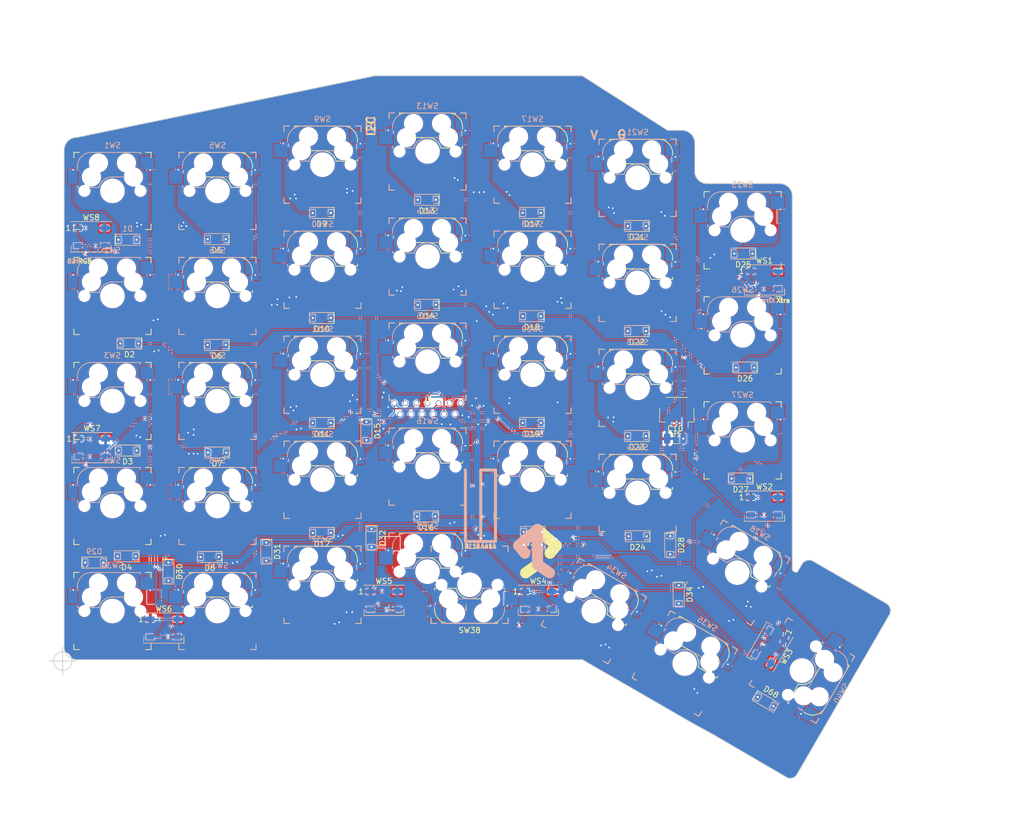
<source format=kicad_pcb>
(kicad_pcb (version 20211014) (generator pcbnew)
  (title_block (title "ErgoDash Rev2") (date "2018-06-07") (rev "2.0") (company "Omkbd"))
  (layers (0 "F.Cu" signal) (31 "B.Cu" signal) (34 "B.Paste" user) (35 "F.Paste" user) (36 "B.SilkS" user "B.Silkscreen") (37 "F.SilkS" user "F.Silkscreen") (38 "B.Mask" user) (39 "F.Mask" user) (44 "Edge.Cuts" user))
  (net 0 "")
  (net 1 "/row0")
  (net 2 "Net-(D1-Pad2)")
  (net 3 "/row1")
  (net 4 "Net-(D2-Pad2)")
  (net 5 "/row2")
  (net 6 "Net-(D3-Pad2)")
  (net 7 "/row3")
  (net 8 "Net-(D4-Pad2)")
  (net 9 "Net-(D5-Pad2)")
  (net 10 "Net-(D6-Pad2)")
  (net 11 "Net-(D7-Pad2)")
  (net 12 "Net-(D8-Pad2)")
  (net 13 "Net-(D9-Pad2)")
  (net 14 "Net-(D10-Pad2)")
  (net 15 "Net-(D11-Pad2)")
  (net 16 "Net-(D12-Pad2)")
  (net 17 "Net-(D13-Pad2)")
  (net 18 "Net-(D14-Pad2)")
  (net 19 "Net-(D15-Pad2)")
  (net 20 "Net-(D16-Pad2)")
  (net 21 "Net-(D17-Pad2)")
  (net 22 "Net-(D18-Pad2)")
  (net 23 "Net-(D19-Pad2)")
  (net 24 "Net-(D20-Pad2)")
  (net 25 "Net-(D21-Pad2)")
  (net 26 "Net-(D22-Pad2)")
  (net 27 "Net-(D23-Pad2)")
  (net 28 "Net-(D24-Pad2)")
  (net 29 "Net-(D25-Pad2)")
  (net 30 "Net-(D26-Pad2)")
  (net 31 "Net-(D27-Pad2)")
  (net 32 "GND")
  (net 33 "VCC")
  (net 34 "Net-(D68-Pad2)")
  (net 35 "/col0")
  (net 36 "/col1")
  (net 37 "/col2")
  (net 38 "/col3")
  (net 39 "/col4")
  (net 40 "/col5")
  (net 41 "/col6")
  (net 42 "Net-(D29-Pad2)")
  (net 43 "/row4")
  (net 44 "Net-(D30-Pad2)")
  (net 45 "Net-(D31-Pad2)")
  (net 46 "Net-(D32-Pad2)")
  (net 47 "Net-(D33-Pad2)")
  (net 48 "Net-(WS1-Pad2)")
  (net 49 "Net-(WS2-Pad2)")
  (net 50 "Net-(WS4-Pad4)")
  (net 51 "Net-(WS4-Pad2)")
  (net 52 "Net-(WS5-Pad2)")
  (net 53 "Net-(WS6-Pad2)")
  (net 54 "Net-(D28-Pad2)")
  (net 55 "Net-(WS7-Pad2)")
  (net 56 "unconnected-(WS8-Pad2)")
  (net 57 "Net-(D34-Pad2)")
  (net 58 "/RGB")
  (footprint "ergodash_2040:D_SOD-123-dobuleside" (layer "F.Cu") (at 205.454 150.596 -30)
    (fp_text reference "D68")
    (fp_text value "D")
  )
  (footprint "ergodash_2040:Kailh_socket_MX_leftmost" (layer "F.Cu") (at 86.995 57.9755)
    (fp_text reference "SW1")
    (fp_text value "SW_PUSH")
  )
  (footprint "ergodash_2040:Kailh_socket_MX_leftmost" (layer "F.Cu") (at 86.995 77.0255)
    (fp_text reference "SW2")
    (fp_text value "SW_PUSH")
  )
  (footprint "ergodash_2040:Kailh_socket_MX_leftmost" (layer "F.Cu") (at 86.995 96.0755)
    (fp_text reference "SW3")
    (fp_text value "SW_PUSH")
  )
  (footprint "ergodash_2040:Kailh_socket_MX_leftmost" (layer "F.Cu") (at 86.995 115.1255)
    (fp_text reference "SW4")
    (fp_text value "SW_PUSH")
  )
  (footprint "ergodash_2040:Kailh_socket_MX" (layer "F.Cu") (at 106.045 57.9755)
    (fp_text reference "SW5")
    (fp_text value "SW_PUSH")
  )
  (footprint "ergodash_2040:Kailh_socket_MX" (layer "F.Cu") (at 106.045 77.0255)
    (fp_text reference "SW6")
    (fp_text value "SW_PUSH")
  )
  (footprint "ergodash_2040:Kailh_socket_MX" (layer "F.Cu") (at 106.045 96.0755)
    (fp_text reference "SW7")
    (fp_text value "SW_PUSH")
  )
  (footprint "ergodash_2040:Kailh_socket_MX" (layer "F.Cu") (at 106.045 115.1255)
    (fp_text reference "SW8")
    (fp_text value "SW_PUSH")
  )
  (footprint "ergodash_2040:Kailh_socket_MX" (layer "F.Cu") (at 125.095 53.213)
    (fp_text reference "SW9")
    (fp_text value "SW_PUSH")
  )
  (footprint "ergodash_2040:Kailh_socket_MX" (layer "F.Cu") (at 125.095 72.263)
    (fp_text reference "SW10")
    (fp_text value "SW_PUSH")
  )
  (footprint "ergodash_2040:Kailh_socket_MX" (layer "F.Cu") (at 125.095 91.313)
    (fp_text reference "SW11")
    (fp_text value "SW_PUSH")
  )
  (footprint "ergodash_2040:Kailh_socket_MX" (layer "F.Cu") (at 125.095 110.363)
    (fp_text reference "SW12")
    (fp_text value "SW_PUSH")
  )
  (footprint "ergodash_2040:Kailh_socket_MX" (layer "F.Cu") (at 144.145 50.83175)
    (fp_text reference "SW13")
    (fp_text value "SW_PUSH")
  )
  (footprint "ergodash_2040:Kailh_socket_MX" (layer "F.Cu") (at 144.145 69.88175)
    (fp_text reference "SW14")
    (fp_text value "SW_PUSH")
  )
  (footprint "ergodash_2040:Kailh_socket_MX" (layer "F.Cu") (at 144.145 88.93175)
    (fp_text reference "SW15")
    (fp_text value "SW_PUSH")
  )
  (footprint "ergodash_2040:Kailh_socket_MX" (layer "F.Cu") (at 144.145 107.98175)
    (fp_text reference "SW16")
    (fp_text value "SW_PUSH")
  )
  (footprint "ergodash_2040:Kailh_socket_MX" (layer "F.Cu") (at 163.195 53.213)
    (fp_text reference "SW17")
    (fp_text value "SW_PUSH")
  )
  (footprint "ergodash_2040:Kailh_socket_MX" (layer "F.Cu") (at 163.195 72.263)
    (fp_text reference "SW18")
    (fp_text value "SW_PUSH")
  )
  (footprint "ergodash_2040:Kailh_socket_MX" (layer "F.Cu") (at 163.195 91.313)
    (fp_text reference "SW19")
    (fp_text value "SW_PUSH")
  )
  (footprint "ergodash_2040:Kailh_socket_MX" (layer "F.Cu") (at 163.195 110.363)
    (fp_text reference "SW20")
    (fp_text value "SW_PUSH")
  )
  (footprint "ergodash_2040:Kailh_socket_MX" (layer "F.Cu") (at 182.245 55.59425)
    (fp_text reference "SW21")
    (fp_text value "SW_PUSH")
  )
  (footprint "ergodash_2040:Kailh_socket_MX" (layer "F.Cu") (at 182.245 74.64425)
    (fp_text reference "SW22")
    (fp_text value "SW_PUSH")
  )
  (footprint "ergodash_2040:Kailh_socket_MX" (layer "F.Cu") (at 182.245 93.69425)
    (fp_text reference "SW23")
    (fp_text value "SW_PUSH")
  )
  (footprint "ergodash_2040:Kailh_socket_MX" (layer "F.Cu") (at 182.245 112.74425)
    (fp_text reference "SW24")
    (fp_text value "SW_PUSH")
  )
  (footprint "ergodash_2040:Kailh_socket_MX_rightmost" (layer "F.Cu") (at 201.295 65.11925)
    (fp_text reference "SW25")
    (fp_text value "SW_PUSH")
  )
  (footprint "ergodash_2040:Kailh_socket_MX_rightmost" (layer "F.Cu") (at 201.295 84.16925)
    (fp_text reference "SW26")
    (fp_text value "SW_PUSH")
  )
  (footprint "ergodash_2040:Kailh_socket_MX_rightmost" (layer "F.Cu") (at 201.295 103.21925)
    (fp_text reference "SW27")
    (fp_text value "SW_PUSH")
  )
  (footprint "ergodash_2040:Kailh_socket_MX_leftmost" (layer "F.Cu") (at 86.995 134.1755)
    (fp_text reference "SW30")
    (fp_text value "SW_PUSH")
  )
  (footprint "ergodash_2040:Kailh_socket_MX" (layer "F.Cu") (at 106.045 134.1755)
    (fp_text reference "SW31")
    (fp_text value "SW_PUSH")
  )
  (footprint "ergodash_2040:Kailh_socket_MX" (layer "F.Cu") (at 125.095 129.413)
    (fp_text reference "SW32")
    (fp_text value "SW_PUSH")
  )
  (footprint "ergodash_2040:Kailh_socket_MX" (layer "F.Cu") (at 144.145 127.03175)
    (fp_text reference "SW33")
    (fp_text value "SW_PUSH")
  )
  (footprint "ergodash_2040:Kailh_socket_MX" (layer "F.Cu") (at 174.292 134.17525 -30)
    (fp_text reference "SW34")
    (fp_text value "SW_PUSH")
  )
  (footprint "ergodash_2040:Kailh_socket_MX" (layer "F.Cu") (at 190.79 143.7003 -30)
    (fp_text reference "SW35")
    (fp_text value "SW_PUSH")
  )
  (footprint "ergodash_2040:Kailh_socket_MX" (layer "F.Cu") (at 212.0505 144.9763 -120)
    (fp_text reference "SW40")
    (fp_text value "SW_PUSH")
  )
  (footprint "ergodash_2040:D_SOD-123-dobuleside" (layer "F.Cu") (at 90.084 85.646 180)
    (fp_text reference "D2")
    (fp_text value "D")
  )
  (footprint "ergodash_2040:D_SOD-123-dobuleside" (layer "F.Cu") (at 89.754 105.066 180)
    (fp_text reference "D3")
    (fp_text value "D")
  )
  (footprint "ergodash_2040:D_SOD-123-dobuleside" (layer "F.Cu") (at 89.574 124.246 180)
    (fp_text reference "D4")
    (fp_text value "D")
  )
  (footprint "ergodash_2040:D_SOD-123-dobuleside" (layer "F.Cu") (at 105.918 66.73 180)
    (fp_text reference "D5")
    (fp_text value "D")
  )
  (footprint "ergodash_2040:D_SOD-123-dobuleside" (layer "F.Cu") (at 105.914 85.906 180)
    (fp_text reference "D6")
    (fp_text value "D")
  )
  (footprint "ergodash_2040:D_SOD-123-dobuleside" (layer "F.Cu") (at 105.974 105.446 180)
    (fp_text reference "D7")
    (fp_text value "D")
  )
  (footprint "ergodash_2040:D_SOD-123-dobuleside" (layer "F.Cu") (at 104.644 124.376 180)
    (fp_text reference "D8")
    (fp_text value "D")
  )
  (footprint "ergodash_2040:D_SOD-123-dobuleside" (layer "F.Cu") (at 124.968 61.9675 180)
    (fp_text reference "D9")
    (fp_text value "D")
  )
  (footprint "ergodash_2040:D_SOD-123-dobuleside" (layer "F.Cu") (at 124.968 81.0175 180)
    (fp_text reference "D10")
    (fp_text value "D")
  )
  (footprint "ergodash_2040:D_SOD-123-dobuleside" (layer "F.Cu") (at 124.968 100.0675 180)
    (fp_text reference "D11")
    (fp_text value "D")
  )
  (footprint "ergodash_2040:D_SOD-123-dobuleside" (layer "F.Cu") (at 124.984 120.006 180)
    (fp_text reference "D12")
    (fp_text value "D")
  )
  (footprint "ergodash_2040:D_SOD-123-dobuleside" (layer "F.Cu") (at 144.018 59.58625 180)
    (fp_text reference "D13")
    (fp_text value "D")
  )
  (footprint "ergodash_2040:D_SOD-123-dobuleside" (layer "F.Cu") (at 144.018 78.63625 180)
    (fp_text reference "D14")
    (fp_text value "D")
  )
  (footprint "ergodash_2040:D_SOD-123-dobuleside" (layer "F.Cu") (at 143.884 117.016 180)
    (fp_text reference "D16")
    (fp_text value "D")
  )
  (footprint "ergodash_2040:D_SOD-123-dobuleside" (layer "F.Cu") (at 163.068 61.9675 180)
    (fp_text reference "D17")
    (fp_text value "D")
  )
  (footprint "ergodash_2040:D_SOD-123-dobuleside" (layer "F.Cu") (at 163.068 100.0675 180)
    (fp_text reference "D19")
    (fp_text value "D")
  )
  (footprint "ergodash_2040:D_SOD-123-dobuleside" (layer "F.Cu") (at 163.244 119.816 180)
    (fp_text reference "D20")
    (fp_text value "D")
  )
  (footprint "ergodash_2040:D_SOD-123-dobuleside" (layer "F.Cu") (at 182.118 64.34875 180)
    (fp_text reference "D21")
    (fp_text value "D")
  )
  (footprint "ergodash_2040:D_SOD-123-dobuleside" (layer "F.Cu") (at 182.118 83.39875 180)
    (fp_text reference "D22")
    (fp_text value "D")
  )
  (footprint "ergodash_2040:D_SOD-123-dobuleside" (layer "F.Cu") (at 182.118 102.44875 180)
    (fp_text reference "D23")
    (fp_text value "D")
  )
  (footprint "ergodash_2040:D_SOD-123-dobuleside" (layer "F.Cu") (at 182.244 120.609 180)
    (fp_text reference "D24")
    (fp_text value "D")
  )
  (footprint "ergodash_2040:D_SOD-123-dobuleside" (layer "F.Cu") (at 201.418 69.34 180)
    (fp_text reference "D25")
    (fp_text value "D")
  )
  (footprint "ergodash_2040:D_SOD-123-dobuleside" (layer "F.Cu") (at 201.736 90.017 180)
    (fp_text reference "D26")
    (fp_text value "D")
  )
  (footprint "ergodash_2040:D_SOD-123-dobuleside" (layer "F.Cu") (at 200.947 110.135 180)
    (fp_text reference "D27")
    (fp_text value "D")
  )
  (footprint "ergodash_2040:D_SOD-123-dobuleside" (layer "F.Cu") (at 97.154 127.036 -90)
    (fp_text reference "D30")
    (fp_text value "D")
  )
  (footprint "ergodash_2040:D_SOD-123-dobuleside" (layer "F.Cu") (at 114.904 123.406 -90)
    (fp_text reference "D31")
    (fp_text value "D")
  )
  (footprint "ergodash_2040:D_SOD-123-dobuleside" (layer "F.Cu") (at 163.254 122.156)
    (fp_text reference "D33")
    (fp_text value "D")
  )
  (footprint "ergodash_2040:D_SOD-123-dobuleside" (layer "F.Cu") (at 189.706 131.165 -90)
    (fp_text reference "D34")
    (fp_text value "D")
  )
  (footprint "ergodash_2040:D_SOD-123-dobuleside" (layer "F.Cu") (at 133.984 120.916 -90)
    (fp_text reference "D32")
    (fp_text value "D")
  )
  (footprint "ergodash_2040:D_SOD-123-dobuleside" (layer "F.Cu") (at 133.064 101.526 -90)
    (fp_text reference "D15")
    (fp_text value "D")
  )
  (footprint "ergodash_2040:D_SOD-123-dobuleside" (layer "F.Cu") (at 163.068 80.7 180)
    (fp_text reference "D18")
    (fp_text value "D")
  )
  (footprint "ergodash_2040:HDGC_1.0K-J-12PW" (layer "F.Cu") (at 144.145 98.471)
    (fp_text reference "J2")
    (fp_text value "Conn_01x12")
  )
  (footprint "ergodash_2040:LED_WS2812B_reversible" (layer "F.Cu") (at 205.251 115.142)
    (fp_text reference "WS2")
    (fp_text value "WS2812B")
  )
  (footprint "ergodash_2040:LED_WS2812B_reversible" (layer "F.Cu") (at 83.301 104.536)
    (fp_text reference "WS7")
    (fp_text value "WS2812B")
  )
  (footprint "ergodash_2040:LED_WS2812B_reversible" (layer "F.Cu") (at 206.245 140.693 -120)
    (fp_text reference "WS3")
    (fp_text value "WS2812B")
  )
  (footprint "ergodash_2040:LED_WS2812B_reversible" (layer "F.Cu") (at 83.142 66.307)
    (fp_text reference "WS8")
    (fp_text value "WS2812B")
  )
  (footprint "ergodash_2040:LED_WS2812B_reversible" (layer "F.Cu") (at 205.251 74.13)
    (fp_text reference "WS1")
    (fp_text value "WS2812B")
  )
  (footprint "ergodash_2040:Kailh_socket_MX" (layer "F.Cu") (at 200.315 127.2023 -30)
    (fp_text reference "SW28")
    (fp_text value "SW_PUSH")
  )
  (footprint "ergodash_2040:LED_WS2812B_reversible" (layer "F.Cu") (at 96.319 137.265)
    (fp_text reference "WS6")
    (fp_text value "WS2812B")
  )
  (footprint "ergodash_2040:LED_WS2812B_reversible" (layer "F.Cu") (at 164.239 132.245)
    (fp_text reference "WS4")
    (fp_text value "WS2812B")
  )
  (footprint "ergodash_2040:LED_WS2812B_reversible" (layer "F.Cu") (at 136.234 132.245)
    (fp_text reference "WS5")
    (fp_text value "WS2812B")
  )
  (footprint "Capacitor_SMD:C_1206_3216Metric" (layer "F.Cu") (at 189.072 102.906)
    (fp_text reference "C10")
    (fp_text value "C")
  )
  (footprint "ergodash_2040:D_SOD-123-dobuleside" (layer "F.Cu") (at 188.164 122.226 -90)
    (fp_text reference "D28")
    (fp_text value "D")
  )
  (footprint "Connector_JST:JST_SH_SM04B-SRSS-TB_1x04-1MP_P1.00mm_Horizontal" (layer "F.Cu") (at 189.35 98.114 180)
    (fp_text reference "J1")
    (fp_text value "Conn_01x04")
  )
  (footprint "ergodash_2040:Kailh_socket_MX" (layer "B.Cu") (at 151.765 129.413)
    (fp_text reference "SW38")
    (fp_text value "SW_PUSH")
  )
  (footprint "ergodash_2040:D_SOD-123-dobuleside" (layer "B.Cu") (at 89.724 66.836 180)
    (fp_text reference "D1")
    (fp_text value "D")
  )
  (footprint "ergodash_2040:D_SOD-123-dobuleside" (layer "B.Cu") (at 83.694 125.386 180)
    (fp_text reference "D29")
    (fp_text value "D")
  )
  (gr_line (start 153.919961 108.585147) (end 156.459961 108.585147) (layer "B.SilkS") (width 0.5))
  (gr_line (start 153.919961 121.539147) (end 156.459961 121.539147) (layer "B.SilkS") (width 0.5))
  (gr_line (start 156.459961 121.539147) (end 156.459961 108.585147) (layer "B.SilkS") (width 0.5))
  (gr_line (start 153.797 108.585) (end 153.797 121.539) (layer "B.SilkS") (width 0.5))
  (gr_line (start 164.101402 125.726632) (end 164.101402 119.376632) (layer "B.SilkS") (width 2))
  (gr_line (start 164.101402 119.376632) (end 160.672402 122.297632) (layer "B.SilkS") (width 2))
  (gr_line (start 160.672402 122.297632) (end 161.815402 123.694632) (layer "B.SilkS") (width 2))
  (gr_line (start 166.260402 127.250632) (end 164.101402 125.726632) (layer "B.SilkS") (width 2))
  (gr_line (start 151.003 121.539) (end 153.924 121.539) (layer "B.SilkS") (width 0.5))
  (gr_line (start 151.003 108.585) (end 151.003 121.539) (layer "B.SilkS") (width 0.5))
  (gr_line (start 151.003 121.539) (end 151.003 108.585) (layer "F.SilkS") (width 0.5))
  (gr_line (start 153.924 108.585) (end 156.464 108.585) (layer "F.SilkS") (width 0.5))
  (gr_line (start 161.925 127.254) (end 164.084 125.73) (layer "F.SilkS") (width 2))
  (gr_line (start 164.084 119.38) (end 167.513 122.301) (layer "F.SilkS") (width 2))
  (gr_line (start 156.464 108.585) (end 156.464 121.539) (layer "F.SilkS") (width 0.5))
  (gr_line (start 151.003 121.539) (end 156.464 121.539) (layer "F.SilkS") (width 0.5))
  (gr_line (start 164.084 125.73) (end 164.084 119.38) (layer "F.SilkS") (width 2))
  (gr_line (start 167.513 122.301) (end 166.37 123.698) (layer "F.SilkS") (width 2))
  (gr_line (start 153.797 121.539) (end 153.797 108.585) (layer "F.SilkS") (width 0.5))
  (gr_arc (start 208.026 56.642) (mid 209.642446 57.311554) (end 210.312 58.928) (layer "Edge.Cuts") (width 0.15))
  (gr_line (start 211.074 163.957) (end 227.838 135.001) (layer "Edge.Cuts") (width 0.15))
  (gr_arc (start 80.518 143.002) (mid 78.901554 142.332446) (end 78.232 140.716) (layer "Edge.Cuts") (width 0.15))
  (gr_line (start 192.624446 54.517554) (end 192.624446 49.276) (layer "Edge.Cuts") (width 0.15))
  (gr_line (start 172.212 143.002) (end 192.024 154.432) (layer "Edge.Cuts") (width 0.15))
  (gr_line (start 163.576 37.084) (end 172.212 37.084) (layer "Edge.Cuts") (width 0.15))
  (gr_arc (start 211.228 127.088) (mid 210.663749 127.061017) (end 210.312 126.619) (layer "Edge.Cuts") (width 0.15))
  (gr_arc (start 211.074 163.957) (mid 210.110605 164.504841) (end 209.042 164.211) (layer "Edge.Cuts") (width 0.15))
  (gr_line (start 78.232 140.716) (end 78.232 50.546) (layer "Edge.Cuts") (width 0.15))
  (gr_line (start 212.09 125.603) (end 211.228 127.088) (layer "Edge.Cuts") (width 0.15))
  (gr_arc (start 194.910446 56.642) (mid 193.327459 56.053223) (end 192.624446 54.517554) (layer "Edge.Cuts") (width 0.15))
  (gr_line (start 134.62 37.084) (end 163.576 37.084) (layer "Edge.Cuts") (width 0.15))
  (gr_line (start 134.62 37.084) (end 80.518 48.26) (layer "Edge.Cuts") (width 0.15))
  (gr_line (start 114.808 143.002) (end 172.212 143.002) (layer "Edge.Cuts") (width 0.15))
  (gr_line (start 172.212 37.084) (end 187.706 46.99) (layer "Edge.Cuts") (width 0.15))
  (gr_line (start 208.026 56.642) (end 194.910446 56.642) (layer "Edge.Cuts") (width 0.15))
  (gr_line (start 210.312 110.236) (end 210.312 122.174) (layer "Edge.Cuts") (width 0.15))
  (gr_line (start 195.961 156.591) (end 209.042 164.211) (layer "Edge.Cuts") (width 0.15))
  (gr_arc (start 227.457 132.842) (mid 228.094644 133.842592) (end 227.838 135.001) (layer "Edge.Cuts") (width 0.15))
  (gr_line (start 80.518 143.002) (end 114.808 143.002) (layer "Edge.Cuts") (width 0.15))
  (gr_arc (start 190.338446 46.99) (mid 191.954892 47.659554) (end 192.624446 49.276) (layer "Edge.Cuts") (width 0.15))
  (gr_line (start 192.024 154.432) (end 195.961 156.591) (layer "Edge.Cuts") (width 0.15))
  (gr_line (start 210.312 122.174) (end 210.312 126.619) (layer "Edge.Cuts") (width 0.15))
  (gr_line (start 210.312 58.928) (end 210.312 110.236) (layer "Edge.Cuts") (width 0.15))
  (gr_arc (start 78.232 50.546) (mid 78.901554 48.929554) (end 80.518 48.26) (layer "Edge.Cuts") (width 0.15))
  (gr_arc (start 212.09 125.603) (mid 213.090592 124.965356) (end 214.249 125.222) (layer "Edge.Cuts") (width 0.15))
  (gr_line (start 190.338446 46.99) (end 187.706 46.99) (layer "Edge.Cuts") (width 0.15))
  (gr_line (start 214.249 125.222) (end 227.457 132.842) (layer "Edge.Cuts") (width 0.15))
  (gr_text "I2C" (at 133.890184 46.207917 90) (layer "B.SilkS") (effects (font (size 1.5 1.5) (thickness 0.3)) (justify mirror)))
  (gr_text "BL1k" (at 152.273 122.428) (layer "B.SilkS") (effects (font (size 0.8 0.8) (thickness 0.2)) (justify mirror)))
  (gr_text "Xtra" (at 205.994 77.851) (layer "B.SilkS") (effects (font (size 0.8 0.8) (thickness 0.2)) (justify mirror)))
  (gr_text "RGB" (at 80.01 70.739) (layer "B.SilkS") (effects (font (size 0.8 0.8) (thickness 0.2)) (justify mirror)))
  (gr_text "Au1k" (at 155.194 122.428) (layer "B.SilkS") (effects (font (size 0.8 0.8) (thickness 0.2)) (justify mirror)))
  (gr_text "G" (at 179.451 47.752) (layer "B.SilkS") (effects (font (size 1.5 1.5) (thickness 0.3)) (justify mirror)))
  (gr_text "V" (at 174.371 47.879) (layer "B.SilkS") (effects (font (size 1.5 1.5) (thickness 0.3))))
  (gr_text "Au1k" (at 155.194 122.428) (layer "F.SilkS") (effects (font (size 0.8 0.8) (thickness 0.2))))
  (gr_text "I2C" (at 133.890184 46.207917 90) (layer "F.SilkS") (effects (font (size 1.5 1.5) (thickness 0.3))))
  (gr_text "BL1k" (at 152.273 122.428) (layer "F.SilkS") (effects (font (size 0.8 0.8) (thickness 0.2))))
  (gr_text "Xtra" (at 208.661 77.851) (layer "F.SilkS") (effects (font (size 0.8 0.8) (thickness 0.2))))
  (gr_text "G" (at 179.324 47.752) (layer "F.SilkS") (effects (font (size 1.5 1.5) (thickness 0.3))))
  (gr_text "V" (at 174.371 47.879) (layer "F.SilkS") (effects (font (size 1.5 1.5) (thickness 0.3))))
  (gr_text "RGB" (at 82.042 70.739) (layer "F.SilkS") (effects (font (size 0.8 0.8) (thickness 0.2))))
  (target plus (at 77.978 143.256) (size 5) (width 0.15) (layer "Edge.Cuts"))
  (segment (start 134.884 62.423) (end 134.4285 61.9675) (width 0.25) (layer "F.Cu") (net 1))
  (segment (start 147.136 98.471) (end 147.136 95.659) (width 0.25) (layer "F.Cu") (net 1))
  (segment (start 105.682 68.616) (end 107.568 66.73) (width 0.25) (layer "F.Cu") (net 1))
  (segment (start 134.4285 61.9675) (end 143.28675 61.9675) (width 0.25) (layer "F.Cu") (net 1))
  (segment (start 203.068 69.34) (end 201.727489 70.680511) (width 0.25) (layer "F.Cu") (net 1))
  (segment (start 177.434 66.186) (end 173.2155 61.9675) (width 0.25) (layer "F.Cu") (net 1))
  (segment (start 183.768 64.34875) (end 181.93075 66.186) (width 0.25) (layer "F.Cu") (net 1))
  (segment (start 91.374 66.836) (end 99.404 66.836) (width 0.25) (layer "F.Cu") (net 1))
  (segment (start 126.618 61.9675) (end 134.4285 61.9675) (width 0.25) (layer "F.Cu") (net 1))
  (segment (start 112.47 66.73) (end 115.314 63.886) (width 0.25) (layer "F.Cu") (net 1))
  (segment (start 136.284 92.696) (end 134.884 91.296) (width 0.25) (layer "F.Cu") (net 1))
  (segment (start 201.727489 70.680511) (end 193.423511 70.680511) (width 0.25) (layer "F.Cu") (net 1))
  (segment (start 101.184 68.616) (end 105.682 68.616) (width 0.25) (layer "F.Cu") (net 1))
  (segment (start 163.3695 63.316) (end 164.718 61.9675) (width 0.25) (layer "F.Cu") (net 1))
  (segment (start 173.2155 61.9675) (end 164.718 61.9675) (width 0.25) (layer "F.Cu") (net 1))
  (segment (start 107.568 66.73) (end 112.47 66.73) (width 0.25) (layer "F.Cu") (net 1))
  (segment (start 187.09175 64.34875) (end 183.768001 64.34875) (width 0.25) (layer "F.Cu") (net 1))
  (segment (start 134.884 91.296) (end 134.884 62.423) (width 0.25) (layer "F.Cu") (net 1))
  (segment (start 146.318 94.841) (end 146.22 94.841) (width 0.25) (layer "F.Cu") (net 1))
  (segment (start 157.864 63.316) (end 163.369499 63.316) (width 0.25) (layer "F.Cu") (net 1))
  (segment (start 124.6995 63.886) (end 126.618 61.9675) (width 0.25) (layer "F.Cu") (net 1))
  (segment (start 154.13425 59.58625) (end 157.864 63.316) (width 0.25) (layer "F.Cu") (net 1))
  (segment (start 146.22 94.841) (end 146.22 94.7975) (width 0.25) (layer "F.Cu") (net 1))
  (segment (start 99.404 66.836) (end 101.184 68.616) (width 0.25) (layer "F.Cu") (net 1))
  (segment (start 145.668 59.58625) (end 154.13425 59.58625) (width 0.25) (layer "F.Cu") (net 1))
  (segment (start 193.423511 70.680511) (end 187.09175 64.34875) (width 0.25) (layer "F.Cu") (net 1))
  (segment (start 143.28675 61.9675) (end 145.668 59.58625) (width 0.25) (layer "F.Cu") (net 1))
  (segment (start 115.314 63.886) (end 124.6995 63.886) (width 0.25) (layer "F.Cu") (net 1))
  (segment (start 147.136 95.659) (end 146.318 94.841) (width 0.25) (layer "F.Cu") (net 1))
  (segment (start 181.93075 66.186) (end 177.434001 66.186) (width 0.25) (layer "F.Cu") (net 1))
  (via (at 146.22 94.7975) (size 0.6) (drill 0.3) (layers "F.Cu" "B.Cu") (net 1))
  (via (at 136.284 92.696) (size 0.6) (drill 0.3) (layers "F.Cu" "B.Cu") (net 1))
  (segment (start 138.3855 94.7975) (end 136.284 92.696) (width 0.25) (layer "B.Cu") (net 1))
  (segment (start 146.22 94.7975) (end 138.3855 94.7975) (width 0.25) (layer "B.Cu") (net 1))
  (segment (start 85.527 61.748) (end 81.423 61.748) (width 0.25) (layer "B.Cu") (net 2))
  (segment (start 81.423 61.748) (end 79.8165 60.1415) (width 0.25) (layer "B.Cu") (net 2))
  (segment (start 88.074 66.836) (end 88.074 64.295) (width 0.25) (layer "B.Cu") (net 2))
  (segment (start 88.074 64.295) (end 85.527 61.748) (width 0.25) (layer "B.Cu") (net 2))
  (segment (start 79.8165 60.1415) (end 79.8165 55.4355) (width 0.25) (layer "B.Cu") (net 2))
  (segment (start 136.8 98.572) (end 137.901 97.471) (width 0.25) (layer "F.Cu") (net 3))
  (segment (start 134.62798 98.572) (end 136.8 98.572) (width 0.25) (layer "F.Cu") (net 3))
  (segment (start 134.62798 98.572) (end 134.602 98.54602) (width 0.25) (layer "F.Cu") (net 3))
  (segment (start 137.901 97.471) (end 145.136 97.471) (width 0.25) (layer "F.Cu") (net 3))
  (segment (start 145.136 97.471) (end 146.136 96.471) (width 0.25) (layer "F.Cu") (net 3))
  (via (at 134.602 98.54602) (size 0.6) (drill 0.3) (layers "F.Cu" "B.Cu") (net 3))
  (segment (start 156.684 82.706) (end 162.712 82.706) (width 0.25) (layer "B.Cu") (net 3))
  (segment (start 145.668 78.63625) (end 152.61425 78.63625) (width 0.25) (layer "B.Cu") (net 3))
  (segment (start 187.49475 83.39875) (end 195.489 91.393) (width 0.25) (layer "B.Cu") (net 3))
  (segment (start 134.602 98.54602) (end 133.3735 97.31752) (width 0.25) (layer "B.Cu") (net 3))
  (segment (start 116.164 83.096) (end 124.5395 83.096) (width 0.25) (layer "B.Cu") (net 3))
  (segment (start 182.20075 84.966) (end 183.768 83.39875) (width 0.25) (layer "B.Cu") (net 3))
  (segment (start 202.01 91.393) (end 195.489 91.393) (width 0.25) (layer "B.Cu") (net 3))
  (segment (start 126.618 81.0175) (end 133.3735 81.0175) (width 0.25) (layer "B.Cu") (net 3))
  (segment (start 133.3735 97.31752) (end 133.3735 81.0175) (width 0.25) (layer "B.Cu") (net 3))
  (segment (start 162.712 82.706) (end 164.718 80.7) (width 0.25) (layer "B.Cu") (net 3))
  (segment (start 143.28675 81.0175) (end 145.668 78.63625) (width 0.25) (layer "B.Cu") (net 3))
  (segment (start 133.3735 81.0175) (end 143.28675 81.0175) (width 0.25) (layer "B.Cu") (net 3))
  (segment (start 105.442 87.906) (end 107.568 85.78) (width 0.25) (layer "B.Cu") (net 3))
  (segment (start 107.568 85.78) (end 113.48 85.78) (width 0.25) (layer "B.Cu") (net 3))
  (segment (start 91.734 85.646) (end 96.314 85.646) (width 0.25) (layer "B.Cu") (net 3))
  (segment (start 113.48 85.78) (end 116.164 83.096) (width 0.25) (layer "B.Cu") (net 3))
  (segment (start 164.718 80.7) (end 171.998 80.7) (width 0.25) (layer "B.Cu") (net 3))
  (segment (start 124.5395 83.096) (end 126.618 81.0175) (width 0.25) (layer "B.Cu") (net 3))
  (segment (start 176.264 84.966) (end 182.20075 84.966) (width 0.25) (layer "B.Cu") (net 3))
  (segment (start 98.574 87.906) (end 105.442 87.906) (width 0.25) (layer "B.Cu") (net 3))
  (segment (start 152.61425 78.63625) (end 156.684 82.706) (width 0.25) (layer "B.Cu") (net 3))
  (segment (start 203.386 90.017) (end 202.01 91.393) (width 0.25) (layer "B.Cu") (net 3))
  (segment (start 183.768 83.39875) (end 187.49475 83.39875) (width 0.25) (layer "B.Cu") (net 3))
  (segment (start 96.314 85.646) (end 98.574 87.906) (width 0.25) (layer "B.Cu") (net 3))
  (segment (start 171.998 80.7) (end 176.264 84.966) (width 0.25) (layer "B.Cu") (net 3))
  (segment (start 85.644 86.326) (end 83.854 86.326) (width 0.25) (layer "F.Cu") (net 4))
  (segment (start 88.434 85.646) (end 86.324 85.646) (width 0.25) (layer "F.Cu") (net 4))
  (segment (start 79.883 82.355) (end 79.883 73.1955) (width 0.25) (layer "F.Cu") (net 4))
  (segment (start 83.854 86.326) (end 79.883 82.355) (width 0.25) (layer "F.Cu") (net 4))
  (segment (start 86.324 85.646) (end 85.644 86.326) (width 0.25) (layer "F.Cu") (net 4))
  (segment (start 133.064 99.876) (end 126.8095 99.876) (width 0.25) (layer "F.Cu") (net 5))
  (segment (start 200.4725 108.0105) (end 195.4605 108.0105) (width 0.25) (layer "F.Cu") (net 5))
  (segment (start 99.674 106.266) (end 103.622489 106.266) (width 0.25) (layer "F.Cu") (net 5))
  (segment (start 195.4605 108.0105) (end 191.85 104.4) (width 0.25) (layer "F.Cu") (net 5))
  (segment (start 136.184 99.876) (end 133.064 99.876) (width 0.25) (layer "F.Cu") (net 5))
  (segment (start 123.8895 102.796) (end 126.618 100.0675) (width 0.25) (layer "F.Cu") (net 5))
  (segment (start 103.654 106.297511) (end 106.772489 106.297511) (width 0.25) (layer "F.Cu") (net 5))
  (segment (start 106.772489 106.297511) (end 108.36848 104.70152) (width 0.25) (layer "F.Cu") (net 5))
  (segment (start 111.05648 102.796) (end 123.8895 102.796) (width 0.25) (layer "F.Cu") (net 5))
  (segment (start 150.136 97.008) (end 150.136 96.63052) (width 0.25) (layer "F.Cu") (net 5))
  (segment (start 91.404 105.066) (end 98.474 105.066) (width 0.25) (layer "F.Cu") (net 5))
  (segment (start 173.6455 100.0675) (end 177.095 103.517) (width 0.25) (layer "F.Cu") (net 5))
  (segment (start 202.597 110.135) (end 200.4725 108.0105) (width 0.25) (layer "F.Cu") (net 5))
  (segment (start 156.944 99.344) (end 155.786 98.186) (width 0.25) (layer "F.Cu") (net 5))
  (segment (start 108.36848 104.70152) (end 109.15096 104.70152) (width 0.25) (layer "F.Cu") (net 5))
  (segment (start 155.786 98.186) (end 151.314 98.186) (width 0.25) (layer "F.Cu") (net 5))
  (segment (start 151.314 98.186) (end 150.136 97.008) (width 0.25) (layer "F.Cu") (net 5))
  (segment (start 164.718 100.0675) (end 173.6455 100.0675) (width 0.25) (layer "F.Cu") (net 5))
  (segment (start 177.095 103.517) (end 182.69975 103.517) (width 0.25) (layer "F.Cu") (net 5))
  (segment (start 103.622489 106.266) (end 103.654 106.297511) (width 0.25) (layer "F.Cu") (net 5))
  (segment (start 182.69975 103.517) (end 183.768 102.44875) (width 0.25) (layer "F.Cu") (net 5))
  (segment (start 109.15096 104.70152) (end 111.05648 102.796) (width 0.25) (layer "F.Cu") (net 5))
  (segment (start 191.85 104.4) (end 185.71925 104.4) (width 0.25) (layer "F.Cu") (net 5))
  (segment (start 98.474 105.066) (end 99.674 106.266) (width 0.25) (layer "F.Cu") (net 5))
  (segment (start 185.71925 104.4) (end 183.768 102.44875) (width 0.25) (layer "F.Cu") (net 5))
  (via (at 156.944 99.344) (size 0.6) (drill 0.3) (layers "F.Cu" "B.Cu") (net 5))
  (via (at 136.184 99.876) (size 0.6) (drill 0.3) (layers "F.Cu" "B.Cu") (net 5))
  (segment (start 136.455 99.876) (end 138.145 98.186) (width 0.25) (layer "B.Cu") (net 5))
  (segment (start 136.184 99.876) (end 136.455 99.876) (width 0.25) (layer "B.Cu") (net 5))
  (segment (start 139.057959 97.391479) (end 149.523521 97.391479) (width 0.25) (layer "B.Cu") (net 5))
  (segment (start 149.523521 97.391479) (end 150.136 96.779) (width 0.25) (layer "B.Cu") (net 5))
  (segment (start 163.022 101.211) (end 164.1655 100.0675) (width 0.25) (layer "B.Cu") (net 5))
  (segment (start 138.33248 96.666) (end 139.057959 97.391479) (width 0.25) (layer "B.Cu") (net 5))
  (segment (start 156.944 99.344) (end 158.811 101.211) (width 0.25) (layer "B.Cu") (net 5))
  (segment (start 138.145 98.186) (end 138.145 96.681) (width 0.25) (layer "B.Cu") (net 5))
  (segment (start 164.1655 100.0675) (end 164.718 100.0675) (width 0.25) (layer "B.Cu") (net 5))
  (segment (start 158.811 101.211) (end 163.022 101.211) (width 0.25) (layer "B.Cu") (net 5))
  (segment (start 80.117 97.648) (end 80.117 91.5835) (width 0.25) (layer "F.Cu") (net 6))
  (segment (start 88.104 105.066) (end 83.05 105.066) (width 0.25) (layer "F.Cu") (net 6))
  (segment (start 82.154 99.685) (end 80.117 97.648) (width 0.25) (layer "F.Cu") (net 6))
  (segment (start 83.05 105.066) (end 82.154 104.17) (width 0.25) (layer "F.Cu") (net 6))
  (segment (start 82.154 104.17) (end 82.154 99.685) (width 0.25) (layer "F.Cu") (net 6))
  (segment (start 149.161 95.455) (end 151.729 95.455) (width 0.25) (layer "F.Cu") (net 7))
  (segment (start 154.054 111.234) (end 154.054 117.106) (width 0.25) (layer "F.Cu") (net 7))
  (segment (start 151.729 95.455) (end 153.452 97.178) (width 0.25) (layer "F.Cu") (net 7))
  (segment (start 178.785 122.583) (end 182.933 122.583) (width 0.25) (layer "F.Cu") (net 7))
  (segment (start 148.145 96.471) (end 149.161 95.455) (width 0.25) (layer "F.Cu") (net 7))
  (segment (start 183.894 120.609) (end 188.131 120.609) (width 0.25) (layer "F.Cu") (net 7))
  (segment (start 176.297 120.138) (end 176.34 120.138) (width 0.25) (layer "F.Cu") (net 7))
  (segment (start 175.674 120.138) (end 176.297 120.138) (width 0.25) (layer "F.Cu") (net 7))
  (segment (start 182.933 121.57) (end 183.894 120.609) (width 0.25) (layer "F.Cu") (net 7))
  (segment (start 153.984 111.164) (end 154.054 111.234) (width 0.25) (layer "F.Cu") (net 7))
  (segment (start 176.34 120.138) (end 178.785 122.583) (width 0.25) (layer "F.Cu") (net 7))
  (segment (start 182.933 122.583) (end 182.933 121.57) (width 0.25) (layer "F.Cu") (net 7))
  (via (at 154.054 117.106) (size 0.6) (drill 0.3) (layers "F.Cu" "B.Cu") (net 7))
  (via (at 153.452 97.178) (size 0.6) (drill 0.3) (layers "F.Cu" "B.Cu") (net 7))
  (via (at 153.984 111.164) (size 0.6) (drill 0.3) (layers "F.Cu" "B.Cu") (net 7))
  (via (at 175.674 120.138) (size 0.6) (drill 0.3) (layers "F.Cu" "B.Cu") (net 7))
  (segment (start 97.784 124.246) (end 99.184 125.646) (width 0.25) (layer "B.Cu") (net 7))
  (segment (start 154.049 111.099) (end 153.984 111.164) (width 0.25) (layer "B.Cu") (net 7))
  (segment (start 125.782489 120.857511) (end 126.634 120.006) (width 0.25) (layer "B.Cu") (net 7))
  (segment (start 146.03775 117.106) (end 154.054 117.106) (width 0.25) (layer "B.Cu") (net 7))
  (segment (start 129.074 118.286) (end 144.264 118.286) (width 0.25) (layer "B.Cu") (net 7))
  (segment (start 157.66748 120.71948) (end 158.439959 120.71948) (width 0.25) (layer "B.Cu") (net 7))
  (segment (start 153.452 97.178) (end 154.049 97.775) (width 0.25) (layer "B.Cu") (net 7))
  (segment (start 154.054 117.106) (end 157.66748 120.71948) (width 0.25) (layer "B.Cu") (net 7))
  (segment (start 126.634 120.006) (end 127.354 120.006) (width 0.25) (layer "B.Cu") (net 7))
  (segment (start 164.718 119.1175) (end 174.6535 119.1175) (width 0.25) (layer "B.Cu") (net 7))
  (segment (start 99.184 125.646) (end 105.024 125.646) (width 0.25) (layer "B.Cu") (net 7))
  (segment (start 154.049 97.775) (end 154.049 111.099) (width 0.25) (layer "B.Cu") (net 7))
  (segment (start 158.446479 120.726) (end 163.1095 120.726) (width 0.25) (layer "B.Cu") (net 7))
  (segment (start 127.354 120.006) (end 129.074 118.286) (width 0.25) (layer "B.Cu") (net 7))
  (segment (start 174.6535 119.1175) (end 175.674 120.138) (width 0.25) (layer "B.Cu") (net 7))
  (segment (start 122.530978 120.756) (end 122.632489 120.857511) (width 0.25) (layer "B.Cu") (net 7))
  (segment (start 105.024 125.646) (end 106.294 124.376) (width 0.25) (layer "B.Cu") (net 7))
  (segment (start 91.224 124.246) (end 97.784 124.246) (width 0.25) (layer "B.Cu") (net 7))
  (segment (start 144.264 118.286) (end 145.534 117.016) (width 0.25) (layer "B.Cu") (net 7))
  (segment (start 113.524 120.756) (end 122.530978 120.756) (width 0.25) (layer "B.Cu") (net 7))
  (segment (start 158.439959 120.71948) (end 158.446479 120.726) (width 0.25) (layer "B.Cu") (net 7))
  (segment (start 122.632489 120.857511) (end 125.782489 120.857511) (width 0.25) (layer "B.Cu") (net 7))
  (segment (start 109.904 124.376) (end 113.524 120.756) (width 0.25) (layer "B.Cu") (net 7))
  (segment (start 106.294 124.376) (end 109.904 124.376) (width 0.25) (layer "B.Cu") (net 7))
  (segment (start 163.1095 120.726) (end 164.718 119.1175) (width 0.25) (layer "B.Cu") (net 7))
  (segment (start 145.668 116.73625) (end 146.03775 117.106) (width 0.25) (layer "B.Cu") (net 7))
  (segment (start 79.883 119.317) (end 79.883 111.2955) (width 0.25) (layer "F.Cu") (net 8))
  (segment (start 79.844 119.356) (end 79.883 119.317) (width 0.25) (layer "F.Cu") (net 8))
  (segment (start 87.924 124.246) (end 84.734 124.246) (width 0.25) (layer "F.Cu") (net 8))
  (segment (start 84.734 124.246) (end 79.844 119.356) (width 0.25) (layer "F.Cu") (net 8))
  (segment (start 98.485 60.947) (end 98.485 55.4355) (width 0.25) (layer "B.Cu") (net 9))
  (segment (start 104.268 66.73) (end 98.485 60.947) (width 0.25) (layer "B.Cu") (net 9))
  (segment (start 98.933 82.985) (end 98.933 73.1955) (width 0.25) (layer "F.Cu") (net 10))
  (segment (start 101.728 85.78) (end 98.933 82.985) (width 0.25) (layer "F.Cu") (net 10))
  (segment (start 104.268 85.78) (end 101.728 85.78) (width 0.25) (layer "F.Cu") (net 10))
  (segment (start 100.378 104.83) (end 98.933 103.385) (width 0.25) (layer "B.Cu") (net 11))
  (segment (start 104.268 104.83) (end 100.378 104.83) (width 0.25) (layer "B.Cu") (net 11))
  (segment (start 98.933 103.385) (end 98.933 92.2455) (width 0.25) (layer "B.Cu") (net 11))
  (segment (start 98.933 120.315) (end 98.933 111.2955) (width 0.25) (layer "F.Cu") (net 12))
  (segment (start 102.994 124.376) (end 98.933 120.315) (width 0.25) (layer "F.Cu") (net 12))
  (segment (start 117.983 49.383) (end 117.983 58.975) (width 0.25) (layer "B.Cu") (net 13))
  (segment (start 117.983 58.975) (end 121.004 61.996) (width 0.25) (layer "B.Cu") (net 13))
  (segment (start 121.0325 61.9675) (end 123.318001 61.9675) (width 0.25) (layer "B.Cu") (net 13))
  (segment (start 123.318 81.0175) (end 120.5755 81.0175) (width 0.25) (layer "F.Cu") (net 14))
  (segment (start 117.983 78.425) (end 117.983 68.433) (width 0.25) (layer "F.Cu") (net 14))
  (segment (start 120.5755 81.0175) (end 117.983 78.425) (width 0.25) (layer "F.Cu") (net 14))
  (segment (start 123.318 100.0675) (end 119.4155 100.0675) (width 0.25) (layer "B.Cu") (net 15))
  (segment (start 119.4155 100.0675) (end 117.983 98.635) (width 0.25) (layer "B.Cu") (net 15))
  (segment (start 117.983 98.635) (end 117.983 87.483) (width 0.25) (layer "B.Cu") (net 15))
  (segment (start 117.983 117.005) (end 120.984 120.006) (width 0.25) (layer "F.Cu") (net 16))
  (segment (start 122.844 120.006) (end 120.984 120.006) (width 0.25) (layer "F.Cu") (net 16))
  (segment (start 122.844 120.006) (end 123.334 120.006) (width 0.25) (layer "F.Cu") (net 16))
  (segment (start 117.983 117.005) (end 117.983 106.533) (width 0.25) (layer "F.Cu") (net 16))
  (segment (start 142.368 59.58625) (end 137.033 54.25125) (width 0.25) (layer "B.Cu") (net 17))
  (segment (start 137.033 54.25125) (end 137.033 47.00175) (width 0.25) (layer "B.Cu") (net 17))
  (segment (start 138.44425 78.63625) (end 137.033 77.225) (width 0.25) (layer "F.Cu") (net 18))
  (segment (start 142.368 78.63625) (end 138.44425 78.63625) (width 0.25) (layer "F.Cu") (net 18))
  (segment (start 137.033 77.225) (end 137.033 66.05175) (width 0.25) (layer "F.Cu") (net 18))
  (segment (start 135.384 100.856) (end 135.384 87.59275) (width 0.25) (layer "B.Cu") (net 19))
  (segment (start 133.064 103.176) (end 135.384 100.856) (width 0.25) (layer "B.Cu") (net 19))
  (segment (start 135.384 87.59275) (end 136.585 86.39175) (width 0.25) (layer "B.Cu") (net 19))
  (segment (start 139.444 117.016) (end 137.033 114.605) (width 0.25) (layer "F.Cu") (net 20))
  (segment (start 142.234 117.016) (end 139.444 117.016) (width 0.25) (layer "F.Cu") (net 20))
  (segment (start 137.033 114.605) (end 137.033 104.15175) (width 0.25) (layer "F.Cu") (net 20))
  (segment (start 155.635 56.1845) (end 155.635 50.673) (width 0.25) (layer "B.Cu") (net 21))
  (segment (start 161.418 61.9675) (end 155.635 56.1845) (width 0.25) (layer "B.Cu") (net 21))
  (segment (start 157.538 80.7) (end 156.083 79.245) (width 0.25) (layer "F.Cu") (net 22))
  (segment (start 161.418 80.7) (end 157.538 80.7) (width 0.25) (layer "F.Cu") (net 22))
  (segment (start 156.083 79.245) (end 156.083 68.433) (width 0.25) (layer "F.Cu") (net 22))
  (segment (start 155.635 95.847) (end 155.635 88.773) (width 0.25) (layer "B.Cu") (net 23))
  (segment (start 161.418 100.0675) (end 159.8555 100.0675) (width 0.25) (layer "B.Cu") (net 23))
  (segment (start 159.8555 100.0675) (end 155.635 95.847) (width 0.25) (layer "B.Cu") (net 23))
  (segment (start 161.594 119.816) (end 158.474 119.816) (width 0.25) (layer "F.Cu") (net 24))
  (segment (start 156.083 117.425) (end 156.083 106.533) (width 0.25) (layer "F.Cu") (net 24))
  (segment (start 156.083 117.425) (end 158.474 119.816) (width 0.25) (layer "F.Cu") (net 24))
  (segment (start 174.685 53.05425) (end 174.685 60.927) (width 0.25) (layer "B.Cu") (net 25))
  (segment (start 174.685 60.927) (end 178.10675 64.34875) (width 0.25) (layer "B.Cu") (net 25))
  (segment (start 178.10675 64.34875) (end 180.468 64.34875) (width 0.25) (layer "B.Cu") (net 25))
  (segment (start 175.133 80.315) (end 178.21675 83.39875) (width 0.25) (layer "F.Cu") (net 26))
  (segment (start 178.21675 83.39875) (end 180.468 83.39875) (width 0.25) (layer "F.Cu") (net 26))
  (segment (start 175.133 70.81425) (end 175.133 80.315) (width 0.25) (layer "F.Cu") (net 26))
  (segment (start 174.685 98.267) (end 174.685 91.15425) (width 0.25) (layer "B.Cu") (net 27))
  (segment (start 180.468 102.44875) (end 178.86675 102.44875) (width 0.25) (layer "B.Cu") (net 27))
  (segment (start 178.86675 102.44875) (end 174.685 98.267) (width 0.25) (layer "B.Cu") (net 27))
  (segment (start 180.594 120.609) (end 179.691 120.609) (width 0.25) (layer "F.Cu") (net 28))
  (segment (start 174.673 109.6325) (end 175.38125 108.92425) (width 0.25) (layer "F.Cu") (net 28))
  (segment (start 174.673 115.591) (end 174.673 109.6325) (width 0.25) (layer "F.Cu") (net 28))
  (segment (start 179.691 120.609) (end 174.673 115.591) (width 0.25) (layer "F.Cu") (net 28))
  (segment (start 207.823 60.27725) (end 207.823 67.065) (width 0.25) (layer "B.Cu") (net 29))
  (segment (start 207.041 67.847) (end 201.261 67.847) (width 0.25) (layer "B.Cu") (net 29))
  (segment (start 207.823 67.065) (end 207.041 67.847) (width 0.25) (layer "B.Cu") (net 29))
  (segment (start 201.261 67.847) (end 199.768 69.34) (width 0.25) (layer "B.Cu") (net 29))
  (segment (start 205.432 87.888) (end 208.153 85.167) (width 0.25) (layer "B.Cu") (net 30))
  (segment (start 202.215 87.888) (end 205.432 87.888) (width 0.25) (layer "B.Cu") (net 30))
  (segment (start 208.153 85.167) (end 208.153 80.37925) (width 0.25) (layer "B.Cu") (net 30))
  (segment (start 200.086 90.017) (end 202.215 87.888) (width 0.25) (layer "B.Cu") (net 30))
  (segment (start 199.297 110.135) (end 202.159 107.273) (width 0.25) (layer "B.Cu") (net 31))
  (segment (start 207.51 107.273) (end 208.153 106.63) (width 0.25) (layer "B.Cu") (net 31))
  (segment (start 202.159 107.273) (end 207.51 107.273) (width 0.25) (layer "B.Cu") (net 31))
  (segment (start 208.153 106.63) (end 208.153 99.42925) (width 0.25) (layer "B.Cu") (net 31))
  (via (at 127.29 136.503) (size 0.6) (drill 0.3) (layers "F.Cu" "B.Cu") (net 32))
  (via (at 175.627 140.432) (size 0.6) (drill 0.3) (layers "F.Cu" "B.Cu") (net 32))
  (via (at 100.406 64.365) (size 0.6) (drill 0.3) (layers "F.Cu" "B.Cu") (net 32))
  (via (at 166.809 123.226) (size 0.6) (drill 0.3) (layers "F.Cu" "B.Cu") (net 32))
  (via (at 159.036 95.577) (size 0.6) (drill 0.3) (layers "F.Cu" "B.Cu") (net 32))
  (via (at 186.577 79.765) (size 0.6) (drill 0.3) (layers "F.Cu" "B.Cu") (net 32))
  (via (at 166.76 121.282) (size 0.6) (drill 0.3) (layers "F.Cu" "B.Cu") (net 32))
  (via (at 187.184 62.484) (size 0.6) (drill 0.3) (layers "F.Cu" "B.Cu") (net 32))
  (via (at 96.525 120.37) (size 0.6) (drill 0.3) (layers "F.Cu" "B.Cu") (net 32))
  (via (at 130.492 134.375) (size 0.6) (drill 0.3) (layers "F.Cu" "B.Cu") (net 32))
  (via (at 192.533 148.328) (size 0.6) (drill 0.3) (layers "F.Cu" "B.Cu") (net 32))
  (via (at 130.554 95.01) (size 0.6) (drill 0.3) (layers "F.Cu" "B.Cu") (net 32))
  (via (at 157.947 78.428) (size 0.6) (drill 0.3) (layers "F.Cu" "B.Cu") (net 32))
  (via (at 202.774 133.424) (size 0.6) (drill 0.3) (layers "F.Cu" "B.Cu") (net 32))
  (via (at 184.812 126.789) (size 0.6) (drill 0.3) (layers "F.Cu" "B.Cu") (net 32))
  (via (at 149.022 118.094) (size 0.6) (drill 0.3) (layers "F.Cu" "B.Cu") (net 32))
  (via (at 152.923 95.603) (size 0.6) (drill 0.3) (layers "F.Cu" "B.Cu") (net 32))
  (via (at 136.215 94.548) (size 0.6) (drill 0.3) (layers "F.Cu" "B.Cu") (net 32))
  (via (at 168.362 77.409) (size 0.6) (drill 0.3) (layers "F.Cu" "B.Cu") (net 32))
  (via (at 95.24 81.288) (size 0.6) (drill 0.3) (layers "F.Cu" "B.Cu") (net 32))
  (via (at 120.333 77.216) (size 0.6) (drill 0.3) (layers "F.Cu" "B.Cu") (net 32))
  (via (at 99.538 64.353) (size 0.6) (drill 0.3) (layers "F.Cu" "B.Cu") (net 32))
  (via (at 128.115 136.224) (size 0.6) (drill 0.3) (layers "F.Cu" "B.Cu") (net 32))
  (via (at 101.706069 102.22674) (size 0.6) (drill 0.3) (layers "F.Cu" "B.Cu") (net 32))
  (via (at 100.704 101.839) (size 0.6) (drill 0.3) (layers "F.Cu" "B.Cu") (net 32))
  (via (at 202.239 132.468) (size 0.6) (drill 0.3) (layers "F.Cu" "B.Cu") (net 32))
  (via (at 150.327 76.191) (size 0.6) (drill 0.3) (layers "F.Cu" "B.Cu") (net 32))
  (via (at 158.95 96.498) (size 0.6) (drill 0.3) (layers "F.Cu" "B.Cu") (net 32))
  (via (at 115.891 78.683) (size 0.6) (drill 0.3) (layers "F.Cu" "B.Cu") (net 32))
  (via (at 139.324 76.16) (size 0.6) (drill 0.3) (layers "F.Cu" "B.Cu") (net 32))
  (via (at 167.746 96.326) (size 0.6) (drill 0.3) (layers "F.Cu" "B.Cu") (net 32))
  (via (at 99.883 63.714) (size 0.6) (drill 0.3) (layers "F.Cu" "B.Cu") (net 32))
  (via (at 91.338 102.343) (size 0.6) (drill 0.3) (layers "F.Cu" "B.Cu") (net 32))
  (via (at 129.456 134.397) (size 0.6) (drill 0.3) (layers "F.Cu" "B.Cu") (net 32))
  (via (at 159.003 58.738) (size 0.6) (drill 0.3) (layers "F.Cu" "B.Cu") (net 32))
  (via (at 129.532 58.314) (size 0.6) (drill 0.3) (layers "F.Cu" "B.Cu") (net 32))
  (via (at 119.083 77.303) (size 0.6) (drill 0.3) (layers "F.Cu" "B.Cu") (net 32))
  (via (at 120.286 59.35) (size 0.6) (drill 0.3) (layers "F.Cu" "B.Cu") (net 32))
  (via (at 130.558 57.965) (size 0.6) (drill 0.3) (layers "F.Cu" "B.Cu") (net 32))
  (via (at 120.043 58.662) (size 0.6) (drill 0.3) (layers "F.Cu" "B.Cu") (net 32))
  (via (at 149.635 56.014) (size 0.6) (drill 0.3) (layers "F.Cu" "B.Cu") (net 32))
  (via (at 149.765 75.287) (size 0.6) (drill 0.3) (layers "F.Cu" "B.Cu") (net 32))
  (via (at 153.331 100.302) (size 0.6) (drill 0.3) (layers "F.Cu" "B.Cu") (net 32))
  (via (at 177.074 140.797) (size 0.6) (drill 0.3) (layers "F.Cu" "B.Cu") (net 32))
  (via (at 94.44 81.469) (size 0.6) (drill 0.3) (layers "F.Cu" "B.Cu") (net 32))
  (via (at 158.528 58.147) (size 0.6) (drill 0.3) (layers "F.Cu" "B.Cu") (net 32))
  (via (at 167.56 121.101) (size 0.6) (drill 0.3) (layers "F.Cu" "B.Cu") (net 32))
  (via (at 92.031 102.659) (size 0.6) (drill 0.3) (layers "F.Cu" "B.Cu") (net 32))
  (via (at 154.739 100.429) (size 0.6) (drill 0.3) (layers "F.Cu" "B.Cu") (net 32))
  (via (at 135.177 102.135) (size 0.6) (drill 0.3) (layers "F.Cu" "B.Cu") (net 32))
  (via (at 91.436 63.77) (size 0.6) (drill 0.3) (layers "F.Cu" "B.Cu") (net 32))
  (via (at 193.102 149.044) (size 0.6) (drill 0.3) (layers "F.Cu" "B.Cu") (net 32))
  (via (at 184.012 126.97) (size 0.6) (drill 0.3) (layers "F.Cu" "B.Cu") (net 32))
  (via (at 156.011 80.426) (size 0.6) (drill 0.3) (layers "F.Cu" "B.Cu") (net 32))
  (via (at 185.762 127.97) (size 0.6) (drill 0.3) (layers "F.Cu" "B.Cu") (net 32))
  (via (at 102.434 105.655) (size 0.6) (drill 0.3) (layers "F.Cu" "B.Cu") (net 32))
  (via (at 186.552 61.816) (size 0.6) (drill 0.3) (layers "F.Cu" "B.Cu") (net 32))
  (via (at 186.562 127.789) (size 0.6) (drill 0.3) (layers "F.Cu" "B.Cu") (net 32))
  (via (at 176.999 60.964) (size 0.6) (drill 0.3) (layers "F.Cu" "B.Cu") (net 32))
  (via (at 201.981 133.298) (size 0.6) (drill 0.3) (layers "F.Cu" "B.Cu") (net 32))
  (via (at 148.306 100.338) (size 0.6) (drill 0.3) (layers "F.Cu" "B.Cu") (net 32))
  (via (at 95.725 120.551) (size 0.6) (drill 0.3) (layers "F.Cu" "B.Cu") (net 32))
  (via (at 119.305 97.224) (size 0.6) (drill 0.3) (layers "F.Cu" "B.Cu") (net 32))
  (via (at 153.08 81.584) (size 0.6) (drill 0.3) (layers "F.Cu" "B.Cu") (net 32))
  (via (at 109.604 125.28) (size 0.6) (drill 0.3) (layers "F.Cu" "B.Cu") (net 32))
  (via (at 199.627 135.79) (size 0.6) (drill 0.3) (layers "F.Cu" "B.Cu") (net 32))
  (via (at 154.422 120.518) (size 0.6) (drill 0.3) (layers "F.Cu" "B.Cu") (net 32))
  (via (at 168.503 78.267) (size 0.6) (drill 0.3) (layers "F.Cu" "B.Cu") (net 32))
  (via (at 195.451 70.129) (size 0.6) (drill 0.3) (layers "F.Cu" "B.Cu") (net 32))
  (via (at 91.488 64.412) (size 0.6) (drill 0.3) (layers "F.Cu" "B.Cu") (net 32))
  (via (at 150.46 98.693) (size 0.6) (drill 0.3) (layers "F.Cu" "B.Cu") (net 32))
  (via (at 153.335 120.34) (size 0.6) (drill 0.3) (layers "F.Cu" "B.Cu") (net 32))
  (via (at 139.569 75.427) (size 0.6) (drill 0.3) (layers "F.Cu" "B.Cu") (net 32))
  (via (at 121.18 101.051) (size 0.6) (drill 0.3) (layers "F.Cu" "B.Cu") (net 32))
  (via (at 108.804 125.461) (size 0.6) (drill 0.3) (layers "F.Cu" "B.Cu") (net 32))
  (via (at 131.37 95.826) (size 0.6) (drill 0.3) (layers "F.Cu" "B.Cu") (net 32))
  (via (at 187.305 80.437) (size 0.6) (drill 0.3) (layers "F.Cu" "B.Cu") (net 32))
  (via (at 129.532 57.591) (size 0.6) (drill 0.3) (layers "F.Cu" "B.Cu") (net 32))
  (via (at 154.794 78.896) (size 0.6) (drill 0.3) (layers "F.Cu" "B.Cu") (net 32))
  (via (at 116.854 78.625) (size 0.6) (drill 0.3) (layers "F.Cu" "B.Cu") (net 32))
  (via (at 101.738 101.225) (size 0.6) (drill 0.3) (layers "F.Cu" "B.Cu") (net 32))
  (via (at 120.358 97.053) (size 0.6) (drill 0.3) (layers "F.Cu" "B.Cu") (net 32))
  (via (at 127.953 120.598) (size 0.6) (drill 0.3) (layers "F.Cu" "B.Cu") (net 32))
  (via (at 176.892 99.072) (size 0.6) (drill 0.3) (layers "F.Cu" "B.Cu") (net 32))
  (via (at 152.231 96.923) (size 0.6) (drill 0.3) (layers "F.Cu" "B.Cu") (net 32))
  (via (at 198.827 135.971) (size 0.6) (drill 0.3) (layers "F.Cu" "B.Cu") (net 32))
  (via (at 120.38 101.232) (size 0.6) (drill 0.3) (layers "F.Cu" "B.Cu") (net 32))
  (via (at 196.136 69.505) (size 0.6) (drill 0.3) (layers "F.Cu" "B.Cu") (net 32))
  (via (at 119.846 97.822) (size 0.6) (drill 0.3) (layers "F.Cu" "B.Cu") (net 32))
  (via (at 101.736 105.632) (size 0.6) (drill 0.3) (layers "F.Cu" "B.Cu") (net 32))
  (via (at 92.207 64.126) (size 0.6) (drill 0.3) (layers "F.Cu" "B.Cu") (net 32))
  (via (at 94.562 87.098) (size 0.6) (drill 0.3) (layers "F.Cu" "B.Cu") (net 32))
  (via (at 194.126 129.789) (size 0.6) (drill 0.3) (layers "F.Cu" "B.Cu") (net 32))
  (via (at 153.546 58.218) (size 0.6) (drill 0.3) (layers "F.Cu" "B.Cu") (net 32))
  (via (at 152.525 58.21) (size 0.6) (drill 0.3) (layers "F.Cu" "B.Cu") (net 32))
  (via (at 177.845374 99.855053) (size 0.6) (drill 0.3) (layers "F.Cu" "B.Cu") (net 32))
  (via (at 167.715 78.079) (size 0.6) (drill 0.3) (layers "F.Cu" "B.Cu") (net 32))
  (via (at 188.134 80.896) (size 0.6) (drill 0.3) (layers "F.Cu" "B.Cu") (net 32))
  (via (at 119.233971 59.35) (size 0.6) (drill 0.3) (layers "F.Cu" "B.Cu") (net 32))
  (via (at 154.361 58.175) (size 0.6) (drill 0.3) (layers "F.Cu" "B.Cu") (net 32))
  (via (at 146.724 100.287) (size 0.6) (drill 0.3) (layers "F.Cu" "B.Cu") (net 32))
  (via (at 158.634 79.177) (size 0.6) (drill 0.3) (layers "F.Cu" "B.Cu") (net 32))
  (via (at 153.849 120.992) (size 0.6) (drill 0.3) (layers "F.Cu" "B.Cu") (net 32))
  (via (at 177.913 99.038) (size 0.6) (drill 0.3) (layers "F.Cu" "B.Cu") (net 32))
  (via (at 135.958 95.427) (size 0.6) (drill 0.3) (layers "F.Cu" "B.Cu") (net 32))
  (via (at 95.362 86.917) (size 0.6) (drill 0.3) (layers "F.Cu" "B.Cu") (net 32))
  (via (at 100.836 105.655) (size 0.6) (drill 0.3) (layers "F.Cu" "B.Cu") (net 32))
  (via (at 148.222 118.275) (size 0.6) (drill 0.3) (layers "F.Cu" "B.Cu") (net 32))
  (via (at 154.306 96.954) (size 0.6) (drill 0.3) (layers "F.Cu" "B.Cu") (net 32))
  (via (at 116.926 77.619) (size 0.6) (drill 0.3) (layers "F.Cu" "B.Cu") (net 32))
  (via (at 137.024 97.193) (size 0.6) (drill 0.3) (layers "F.Cu" "B.Cu") (net 32))
  (via (at 149.043 55.634) (size 0.6) (drill 0.3) (layers "F.Cu" "B.Cu") (net 32))
  (via (at 130.082 96.126) (size 0.6) (drill 0.3) (layers "F.Cu" "B.Cu") (net 32))
  (via (at 136.178 101.11) (size 0.6) (drill 0.3) (layers "F.Cu" "B.Cu") (net 32))
  (via (at 177.754 61.12) (size 0.6) (drill 0.3) (layers "F.Cu" "B.Cu") (net 32))
  (via (at 193.326 129.97) (size 0.6) (drill 0.3) (layers "F.Cu" "B.Cu") (net 32))
  (via (at 148.886 75.874) (size 0.6) (drill 0.3) (layers "F.Cu" "B.Cu") (net 32))
  (via (at 176.427 140.251) (size 0.6) (drill 0.3) (layers "F.Cu" "B.Cu") (net 32))
  (via (at 151.581 98.994) (size 0.6) (drill 0.3) (layers "F.Cu" "B.Cu") (net 32))
  (via (at 166.009 123.407) (size 0.6) (drill 0.3) (layers "F.Cu" "B.Cu") (net 32))
  (via (at 177.962 61.979) (size 0.6) (drill 0.3) (layers "F.Cu" "B.Cu") (net 32))
  (via (at 155.324 79.927) (size 0.6) (drill 0.3) (layers "F.Cu" "B.Cu") (net 32))
  (via (at 128.753 120.417) (size 0.6) (drill 0.3) (layers "F.Cu" "B.Cu") (net 32))
  (via (at 138.591 76.063) (size 0.6) (drill 0.3) (layers "F.Cu" "B.Cu") (net 32))
  (segment (start 110.697 138.161) (end 111.33 138.161) (width 0.4) (layer "F.Cu") (net 33))
  (segment (start 97.503 96.381) (end 97.503 70.994) (width 0.4) (layer "F.Cu") (net 33))
  (segment (start 190.639 76.119) (end 190.639 88.182) (width 0.4) (layer "F.Cu") (net 33))
  (segment (start 94.33 107.378) (end 90.228 107.378) (width 0.4) (layer "F.Cu") (net 33))
  (segment (start 125.026 135.212) (end 137.204 135.212) (width 0.4) (layer "F.Cu") (net 33))
  (segment (start 138.684 133.845) (end 136.813 133.845) (width 0.4) (layer "F.Cu") (net 33))
  (segment (start 94.919 118.694) (end 96.476 117.137) (width 0.4) (layer "F.Cu") (net 33))
  (segment (start 88.986 106.136) (end 85.751 106.136) (width 0.4) (layer "F.Cu") (net 33))
  (segment (start 94.919 126.15) (end 94.919 118.694) (width 0.4) (layer "F.Cu") (net 33))
  (segment (start 97.139 138.865) (end 97.103 138.829) (width 0.4) (layer "F.Cu") (net 33))
  (segment (start 205.24 116.742) (end 205.199 116.783) (width 0.4) (layer "F.Cu") (net 33))
  (segment (start 138.571 133.845) (end 137.204 135.212) (width 0.4) (layer "F.Cu") (net 33))
  (segment (start 138.684 133.845) (end 142.432 133.845) (width 0.4) (layer "F.Cu") (net 33))
  (segment (start 124.187 136.051) (end 125.026 135.212) (width 0.4) (layer "F.Cu") (net 33))
  (segment (start 200.687 73.624) (end 193.134 73.624) (width 0.4) (layer "F.Cu") (net 33))
  (segment (start 136.813 133.845) (end 136.723 133.935) (width 0.4) (layer "F.Cu") (net 33))
  (segment (start 189.85 101.363) (end 189.85 100.114) (width 0.4) (layer "F.Cu") (net 33))
  (segment (start 200.731 73.668) (end 200.687 73.624) (width 0.4) (layer "F.Cu") (net 33))
  (segment (start 82.257 69.437) (end 82.15 69.33) (width 0.4) (layer "F.Cu") (net 33))
  (segment (start 109.993 138.865) (end 110.697 138.161) (width 0.4) (layer "F.Cu") (net 33))
  (segment (start 98.769 138.865) (end 97.139 138.865) (width 0.4) (layer "F.Cu") (net 33))
  (segment (start 98.769 138.865) (end 109.993 138.865) (width 0.4) (layer "F.Cu") (net 33))
  (segment (start 206.554 76.877) (end 207.701 75.73) (width 0.4) (layer "F.Cu") (net 33))
  (segment (start 82.973 100.406) (end 93.478 100.406) (width 0.4) (layer "F.Cu") (net 33))
  (segment (start 93.478 100.406) (end 97.503 96.381) (width 0.4) (layer "F.Cu") (net 33))
  (segment (start 84.001 69.437) (end 82.257 69.437) (width 0.4) (layer "F.Cu") (net 33))
  (segment (start 163.845 136.689) (end 166.689 133.845) (width 0.4) (layer "F.Cu") (net 33))
  (segment (start 96.476 117.137) (end 96.476 109.524) (width 0.4) (layer "F.Cu") (net 33))
  (segment (start 96.476 109.524) (end 94.33 107.378) (width 0.4) (layer "F.Cu") (net 33))
  (segment (start 113.44 136.051) (end 124.187 136.051) (width 0.4) (layer "F.Cu") (net 33))
  (segment (start 193.134 73.624) (end 190.639 76.119) (width 0.4) (layer "F.Cu") (net 33))
  (segment (start 168.142 123.423) (end 170.621 120.944) (width 0.4) (layer "F.Cu") (net 33))
  (segment (start 166.689 133.599) (end 168.142 132.146) (width 0.4) (layer "F.Cu") (net 33))
  (segment (start 145.276 136.689) (end 160.753 136.689) (width 0.4) (layer "F.Cu") (net 33))
  (segment (start 207.701 116.742) (end 205.24 116.742) (width 0.4) (layer "F.Cu") (net 33))
  (segment (start 168.142 132.146) (end 168.142 123.423) (width 0.4) (layer "F.Cu") (net 33))
  (segment (start 82.237 107.569) (end 84.318 107.569) (width 0.4) (layer "F.Cu") (net 33))
  (segment (start 94.416 67.907) (end 85.592 67.907) (width 0.4) (layer "F.Cu") (net 33))
  (segment (start 111.33 138.161) (end 113.44 136.051) (width 0.4) (layer "F.Cu") (net 33))
  (segment (start 188.85 100.114) (end 189.85 100.114) (width 0.4) (layer "F.Cu") (net 33))
  (segment (start 204.229 76.877) (end 206.554 76.877) (width 0.4) (layer "F.Cu") (net 33))
  (segment (start 84.318 107.569) (end 85.751 106.136) (width 0.4) (layer "F.Cu") (net 33))
  (segment (start 190.547 102.906) (end 190.547 102.06) (width 0.4) (layer "F.Cu") (net 33))
  (segment (start 204.967 140.682121) (end 203.634359 142.014762) (width 0.4) (layer "F.Cu") (net 33))
  (segment (start 190.547 102.06) (end 189.85 101.363) (width 0.4) (layer "F.Cu") (net 33))
  (segment (start 204.967 140.229) (end 204.967 140.682121) (width 0.4) (layer "F.Cu") (net 33))
  (segment (start 160.753 136.689) (end 163.845 136.689) (width 0.4) (layer "F.Cu") (net 33))
  (segment (start 85.531 67.907) (end 84.001 69.437) (width 0.4) (layer "F.Cu") (net 33))
  (segment (start 90.228 107.378) (end 88.986 106.136) (width 0.4) (layer "F.Cu") (net 33))
  (segment (start 97.503 70.994) (end 94.416 67.907) (width 0.4) (layer "F.Cu") (net 33))
  (segment (start 142.432 133.845) (end 145.276 136.689) (width 0.4) (layer "F.Cu") (net 33))
  (via (at 94.919 126.15) (size 0.6) (drill 0.4) (layers "F.Cu" "B.Cu") (net 33))
  (via (at 204.229 76.877) (size 0.6) (drill 0.4) (layers "F.Cu" "B.Cu") (net 33))
  (via (at 82.973 100.406) (size 0.6) (drill 0.4) (layers "F.Cu" "B.Cu") (net 33))
  (via (at 190.639 88.182) (size 0.6) (drill 0.4) (layers "F.Cu" "B.Cu") (net 33))
  (via (at 170.621 120.944) (size 0.6) (drill 0.4) (layers "F.Cu" "B.Cu") (net 33))
  (via (at 136.723 133.935) (size 0.6) (drill 0.4) (layers "F.Cu" "B.Cu") (net 33))
  (via (at 188.85 100.114) (size 0.6) (drill 0.4) (layers "F.Cu" "B.Cu") (net 33))
  (via (at 97.103 138.829) (size 0.6) (drill 0.4) (layers "F.Cu" "B.Cu") (net 33))
  (via (at 190.547 102.906) (size 0.6) (drill 0.4) (layers "F.Cu" "B.Cu") (net 33))
  (via (at 204.967 140.229) (size 0.6) (drill 0.4) (layers "F.Cu" "B.Cu") (net 33))
  (via (at 189.85 100.114) (size 0.6) (drill 0.4) (layers "F.Cu" "B.Cu") (net 33))
  (via (at 82.15 69.33) (size 0.6) (drill 0.4) (layers "F.Cu" "B.Cu") (net 33))
  (via (at 160.753 136.689) (size 0.6) (drill 0.4) (layers "F.Cu" "B.Cu") (net 33))
  (via (at 205.199 116.783) (size 0.6) (drill 0.4) (layers "F.Cu" "B.Cu") (net 33))
  (via (at 200.731 73.668) (size 0.6) (drill 0.4) (layers "F.Cu" "B.Cu") (net 33))
  (via (at 82.237 107.569) (size 0.6) (drill 0.4) (layers "F.Cu" "B.Cu") (net 33))
  (segment (start 161.789 133.845) (end 161.789 135.653) (width 0.4) (layer "B.Cu") (net 33))
  (segment (start 190.228 105.057) (end 190.228 103.225) (width 0.4) (layer "B.Cu") (net 33))
  (segment (start 205.199 116.783) (end 202.842 116.783) (width 0.4) (layer "B.Cu") (net 33))
  (segment (start 184.214 123.61) (end 186.089 125.485) (width 0.4) (layer "B.Cu") (net 33))
  (segment (start 196.9185 113.0275) (end 200.633 116.742) (width 0.4) (layer "B.Cu") (net 33))
  (segment (start 80.851 106.183) (end 82.237 107.569) (width 0.4) (layer "B.Cu") (net 33))
  (segment (start 192.416 126.492) (end 192.416 125.485) (width 0.4) (layer "B.Cu") (net 33))
  (segment (start 177.892 123.61) (end 184.214 123.61) (width 0.4) (layer "B.Cu") (net 33))
  (segment (start 206.084359 137.771238) (end 203.695238 137.771238) (width 0.4) (layer "B.Cu") (net 33))
  (segment (start 94.202 138.865) (end 96.465 136.602) (width 0.4) (layer "B.Cu") (net 33))
  (segment (start 79.774489 105.059489) (end 79.774489 102.109489) (width 0.4) (layer "B.Cu") (net 33))
  (segment (start 189.85 100.114) (end 189.596 100.114) (width 0.4) (layer "B.Cu") (net 33))
  (segment (start 82.15 69.33) (end 82.115 69.33) (width 0.4) (layer "B.Cu") (net 33))
  (segment (start 190.547 88.274) (end 190.639 88.182) (width 0.4) (layer "B.Cu") (net 33))
  (segment (start 94.919 133.137) (end 94.919 126.15) (width 0.4) (layer "B.Cu") (net 33))
  (segment (start 170.621 120.944) (end 175.226 120.944) (width 0.4) (layer "B.Cu") (net 33))
  (segment (start 136.723 133.935) (end 133.874 133.935) (width 0.4) (layer "B.Cu") (net 33))
  (segment (start 96.465 134.683) (end 95.036 133.254) (width 0.4) (layer "B.Cu") (net 33))
  (segment (start 192.416 117.53) (end 196.9185 113.0275) (width 0.4) (layer "B.Cu") (net 33))
  (segment (start 82.115 69.33) (end 80.692 67.907) (width 0.4) (layer "B.Cu") (net 33))
  (segment (start 200.633 116.742) (end 202.801 116.742) (width 0.4) (layer "B.Cu") (net 33))
  (segment (start 79.774489 102.109489) (end 81.477978 100.406) (width 0.4) (layer "B.Cu") (net 33))
  (segment (start 200.739 73.668) (end 202.801 75.73) (width 0.4) (layer "B.Cu") (net 33))
  (segment (start 191.013 107.122) (end 196.9185 113.0275) (width 0.4) (layer "B.Cu") (net 33))
  (segment (start 80.851 106.136) (end 79.774489 105.059489) (width 0.4) (layer "B.Cu") (net 33))
  (segment (start 192.416 125.485) (end 192.416 117.53) (width 0.4) (layer "B.Cu") (net 33))
  (segment (start 81.477978 100.406) (end 82.973 100.406) (width 0.4) (layer "B.Cu") (net 33))
  (segment (start 203.082 75.73) (end 204.229 76.877) (width 0.4) (layer "B.Cu") (net 33))
  (segment (start 190.228 105.057) (end 191.013 105.842) (width 0.4) (layer "B.Cu") (net 33))
  (segment (start 200.731 73.668) (end 200.739 73.668) (width 0.4) (layer "B.Cu") (net 33))
  (segment (start 190.547 102.906) (end 190.547 88.274) (width 0.4) (layer "B.Cu") (net 33))
  (segment (start 161.789 135.653) (end 160.753 136.689) (width 0.4) (layer "B.Cu") (net 33))
  (segment (start 191.013 105.842) (end 191.013 107.122) (width 0.4) (layer "B.Cu") (net 33))
  (segment (start 96.465 136.602) (end 96.465 134.683) (width 0.4) (layer "B.Cu") (net 33))
  (segment (start 186.089 125.485) (end 192.416 125.485) (width 0.4) (layer "B.Cu") (net 33))
  (segment (start 203.695238 137.771238) (end 192.416 126.492) (width 0.4) (layer "B.Cu") (net 33))
  (segment (start 206.084359 139.111641) (end 204.967 140.229) (width 0.4) (layer "B.Cu") (net 33))
  (segment (start 175.226 120.944) (end 177.892 123.61) (width 0.4) (layer "B.Cu") (net 33))
  (segment (start 206.084359 137.771238) (end 206.084359 139.111641) (width 0.4) (layer "B.Cu") (net 33))
  (segment (start 97.103 138.829) (end 93.905 138.829) (width 0.4) (layer "B.Cu") (net 33))
  (segment (start 189.596 100.114) (end 188.85 100.114) (width 0.4) (layer "B.Cu") (net 33))
  (segment (start 95.036 133.254) (end 94.919 133.137) (width 0.4) (layer "B.Cu") (net 33))
  (segment (start 209.097753 151.421) (end 210.470205 152.793452) (width 0.25) (layer "F.Cu") (net 34))
  (segment (start 206.882942 151.421) (end 209.097753 151.421) (width 0.25) (layer "F.Cu") (net 34))
  (segment (start 211.7804 152.9636) (end 213.304909 152.9636) (width 0.25) (layer "B.Cu") (net 34))
  (segment (start 111.124 102.196) (end 108.995 104.325) (width 0.25) (layer "F.Cu") (net 35))
  (segment (start 120.97248 99.09752) (end 117.874 102.196) (width 0.25) (layer "F.Cu") (net 35))
  (segment (start 93.853 92.2855) (end 93.853 73.2355) (width 0.25) (layer "F.Cu") (net 35))
  (segment (start 108.995 104.325) (end 93.853 104.325) (width 0.25) (layer "F.Cu") (net 35))
  (segment (start 138.50948 99.09752) (end 139.136 98.471) (width 0.25) (layer "F.Cu") (net 35))
  (segment (start 117.874 102.196) (end 111.124 102.196) (width 0.25) (layer "F.Cu") (net 35))
  (segment (start 120.97248 99.09752) (end 138.50948 99.09752) (width 0.25) (layer "F.Cu") (net 35))
  (segment (start 93.853 130.3855) (end 93.853 111.3355) (width 0.25) (layer "F.Cu") (net 35))
  (via (at 93.853 104.325) (size 0.6) (drill 0.3) (layers "F.Cu" "B.Cu") (net 35))
  (segment (start 93.853 104.325) (end 93.853 109.4775) (width 0.25) (layer "B.Cu") (net 35))
  (segment (start 93.853 71.3775) (end 93.853 54.1855) (width 0.25) (layer "B.Cu") (net 35))
  (segment (start 93.853 92.2855) (end 93.853 104.325) (width 0.25) (layer "B.Cu") (net 35))
  (segment (start 136.283 97.7695) (end 130.469022 97.7695) (width 0.25) (layer "F.Cu") (net 36))
  (segment (start 130.469022 97.7695) (end 130.184761 98.053761) (width 0.25) (layer "F.Cu") (net 36))
  (segment (start 139.163 95.498) (end 140.136 96.471) (width 0.25) (layer "F.Cu") (net 36))
  (segment (start 112.903 130.3855) (end 112.903 111.3355) (width 0.25) (layer "F.Cu") (net 36))
  (segment (start 136.283 96.106) (end 136.891 95.498) (width 0.25) (layer "F.Cu") (net 36))
  (segment (start 136.283 97.7695) (end 136.283 96.106) (width 0.25) (layer "F.Cu") (net 36))
  (segment (start 136.891 95.498) (end 139.163 95.498) (width 0.25) (layer "F.Cu") (net 36))
  (segment (start 112.903 92.2855) (end 112.903 73.2355) (width 0.25) (layer "F.Cu") (net 36))
  (via (at 130.184761 98.053761) (size 0.6) (drill 0.3) (layers "F.Cu" "B.Cu") (net 36))
  (segment (start 117.134 101.876) (end 126.362522 101.876) (width 0.25) (layer "B.Cu") (net 36))
  (segment (start 112.903 106.805) (end 112.903 91.5635) (width 0.25) (layer "B.Cu") (net 36))
  (segment (start 112.903 111.3355) (end 112.903 106.805) (width 0.25) (layer "B.Cu") (net 36))
  (segment (start 126.362522 101.876) (end 130.184761 98.053761) (width 0.25) (layer "B.Cu") (net 36))
  (segment (start 112.903 106.107) (end 117.134 101.876) (width 0.25) (layer "B.Cu") (net 36))
  (segment (start 112.903 106.805) (end 112.903 106.107) (width 0.25) (layer "B.Cu") (net 36))
  (segment (start 112.903 54.1855) (end 112.903 71.3775) (width 0.25) (layer "B.Cu") (net 36))
  (segment (start 131.953 125.623) (end 131.953 106.665) (width 0.25) (layer "F.Cu") (net 37))
  (segment (start 131.953 87.523) (end 131.953 68.473) (width 0.25) (layer "F.Cu") (net 37))
  (segment (start 131.385 105.283) (end 132.911 105.283) (width 0.25) (layer "B.Cu") (net 37))
  (segment (start 131.953 87.523) (end 131.953 104.715) (width 0.25) (layer "B.Cu") (net 37))
  (segment (start 138.345 99.849) (end 139.758 99.849) (width 0.25) (layer "B.Cu") (net 37))
  (segment (start 132.911 105.283) (end 138.345 99.849) (width 0.25) (layer "B.Cu") (net 37))
  (segment (start 131.953 49.423) (end 131.953 66.615) (width 0.25) (layer "B.Cu") (net 37))
  (segment (start 139.758 99.849) (end 141.136 98.471) (width 0.25) (layer "B.Cu") (net 37))
  (segment (start 158.623 129.415) (end 158.623 133.203) (width 0.25) (layer "F.Cu") (net 38))
  (segment (start 151.003 66.09175) (end 151.003 85.14175) (width 0.25) (layer "F.Cu") (net 38))
  (segment (start 156.6635 127.4555) (end 158.623 129.415) (width 0.25) (layer "F.Cu") (net 38))
  (segment (start 151.705 104.845) (end 153.068 103.482) (width 0.25) (layer "F.Cu") (net 38))
  (segment (start 154.1985 127.4555) (end 156.6635 127.4555) (width 0.25) (layer "F.Cu") (net 38))
  (segment (start 151.003 123.24175) (end 151.003 104.19175) (width 0.25) (layer "F.Cu") (net 38))
  (segment (start 151.705 124.962) (end 154.1985 127.4555) (width 0.25) (layer "F.Cu") (net 38))
  (via (at 153.068 103.482) (size 0.6) (drill 0.3) (layers "F.Cu" "B.Cu") (net 38))
  (segment (start 151.003 97.096) (end 152.644 98.737) (width 0.25) (layer "B.Cu") (net 38))
  (segment (start 151.003 47.04175) (end 151.003 64.23375) (width 0.25) (layer "B.Cu") (net 38))
  (segment (start 143.258 95.349) (end 150.057 95.349) (width 0.25) (layer "B.Cu") (net 38))
  (segment (start 142.136 96.471) (end 143.258 95.349) (width 0.25) (layer "B.Cu") (net 38))
  (segment (start 152.644 103.058) (end 152.644 98.737) (width 0.25) (layer "B.Cu") (net 38))
  (segment (start 150.057 95.349) (end 151.003 94.403) (width 0.25) (layer "B.Cu") (net 38))
  (segment (start 151.003 85.14175) (end 151.003 94.403) (width 0.25) (layer "B.Cu") (net 38))
  (segment (start 153.068 103.482) (end 152.644 103.058) (width 0.25) (layer "B.Cu") (net 38))
  (segment (start 151.003 94.403) (end 151.003 97.096) (width 0.25) (layer "B.Cu") (net 38))
  (segment (start 143.136 98.471) (end 145.692229 101.027229) (width 0.25) (layer "F.Cu") (net 39))
  (segment (start 170.053 87.523) (end 170.053 68.473) (width 0.25) (layer "F.Cu") (net 39))
  (segment (start 169.237 105.757) (end 169.237 103.98) (width 0.25) (layer "F.Cu") (net 39))
  (segment (start 145.692229 101.027229) (end 156.536229 101.027229) (width 0.25) (layer "F.Cu") (net 39))
  (segment (start 170.053 106.573) (end 169.237 105.757) (width 0.25) (layer "F.Cu") (net 39))
  (segment (start 171.3847 126.630841) (end 171.3847 108.4527) (width 0.25) (layer "F.Cu") (net 39))
  (segment (start 158.207 102.698) (end 156.536229 101.027229) (width 0.25) (layer "F.Cu") (net 39))
  (segment (start 169.237 103.98) (end 167.955 102.698) (width 0.25) (layer "F.Cu") (net 39))
  (segment (start 167.955 102.698) (end 158.207 102.698) (width 0.25) (layer "F.Cu") (net 39))
  (segment (start 170.053 66.615) (end 170.053 49.423) (width 0.25) (layer "B.Cu") (net 39))
  (segment (start 170.053 106.573) (end 170.053 87.523) (width 0.25) (layer "B.Cu") (net 39))
  (segment (start 144.136 96.471) (end 144.136 95.339) (width 0.25) (layer "F.Cu") (net 40))
  (segment (start 157.495511 99.292511) (end 157.495511 99.115556) (width 0.25) (layer "F.Cu") (net 40))
  (segment (start 189.805 110.20425) (end 189.805 127.6076) (width 0.25) (layer "F.Cu") (net 40))
  (segment (start 189.103 108.95425) (end 189.103 107.529) (width 0.25) (layer "F.Cu") (net 40))
  (segment (start 152.574954 94.195) (end 157.495511 99.115556) (width 0.25) (layer "F.Cu") (net 40))
  (segment (start 145.28 94.195) (end 152.574954 94.195) (width 0.25) (layer "F.Cu") (net 40))
  (segment (start 186.904 105.33) (end 176.118 105.33) (width 0.25) (layer "F.Cu") (net 40))
  (segment (start 176.118 105.33) (end 173.10948 102.32148) (width 0.25) (layer "F.Cu") (net 40))
  (segment (start 173.10948 102.32148) (end 160.52448 102.32148) (width 0.25) (layer "F.Cu") (net 40))
  (segment (start 160.52448 102.32148) (end 157.495511 99.292511) (width 0.25) (layer "F.Cu") (net 40))
  (segment (start 144.136 95.339) (end 145.28 94.195) (width 0.25) (layer "F.Cu") (net 40))
  (segment (start 188.414 128.9986) (end 188.414 135.624591) (width 0.25) (layer "F.Cu") (net 40))
  (segment (start 189.805 127.6076) (end 188.414 128.9986) (width 0.25) (layer "F.Cu") (net 40))
  (segment (start 189.103 89.90425) (end 189.103 70.85425) (width 0.25) (layer "F.Cu") (net 40))
  (segment (start 189.103 107.529) (end 186.904 105.33) (width 0.25) (layer "F.Cu") (net 40))
  (segment (start 186.631 105.76025) (end 186.631 99.003) (width 0.25) (layer "B.Cu") (net 40))
  (segment (start 189.103 70.85425) (end 189.103 51.80425) (width 0.25) (layer "B.Cu") (net 40))
  (segment (start 189.103 96.531) (end 189.103 89.90425) (width 0.25) (layer "B.Cu") (net 40))
  (segment (start 186.631 99.003) (end 189.103 96.531) (width 0.25) (layer "B.Cu") (net 40))
  (segment (start 188.535 107.66425) (end 186.631 105.76025) (width 0.25) (layer "B.Cu") (net 40))
  (segment (start 164.94802 101.872) (end 164.846 101.76998) (width 0.25) (layer "F.Cu") (net 41))
  (segment (start 145.136 98.471) (end 146.353 99.688) (width 0.25) (layer "F.Cu") (net 41))
  (segment (start 146.353 99.688) (end 151.768 99.688) (width 0.25) (layer "F.Cu") (net 41))
  (segment (start 192.698 112.902) (end 198.023 118.227) (width 0.25) (layer "F.Cu") (net 41))
  (segment (start 192.815 106.483) (end 192.698 106.6) (width 0.25) (layer "F.Cu") (net 41))
  (segment (start 194.183 99.38925) (end 194.183 80.33925) (width 0.25) (layer "F.Cu") (net 41))
  (segment (start 176.74452 104.85252) (end 173.764 101.872) (width 0.25) (layer "F.Cu") (net 41))
  (segment (start 203.667 118.227) (end 208.132152 122.692152) (width 0.25) (layer "F.Cu") (net 41))
  (segment (start 151.768 99.688) (end 151.779 99.699) (width 0.25) (layer "F.Cu") (net 41))
  (segment (start 191.18452 104.85252) (end 176.74452 104.85252) (width 0.25) (layer "F.Cu") (net 41))
  (segment (start 192.815 106.483) (end 191.18452 104.85252) (width 0.25) (layer "F.Cu") (net 41))
  (segment (start 151.779 99.699) (end 155.132 99.699) (width 0.25) (layer "F.Cu") (net 41))
  (segment (start 173.764 101.872) (end 164.94802 101.872) (width 0.25) (layer "F.Cu") (net 41))
  (segment (start 208.132152 122.692152) (end 208.132152 128.782595) (width 0.25) (layer "F.Cu") (net 41))
  (segment (start 198.023 118.227) (end 203.667 118.227) (width 0.25) (layer "F.Cu") (net 41))
  (segment (start 192.698 106.6) (end 192.698 112.902) (width 0.25) (layer "F.Cu") (net 41))
  (via (at 155.132 99.699) (size 0.6) (drill 0.3) (layers "F.Cu" "B.Cu") (net 41))
  (via (at 164.846 101.76998) (size 0.6) (drill 0.3) (layers "F.Cu" "B.Cu") (net 41))
  (via (at 192.815 106.483) (size 0.6) (drill 0.3) (layers "F.Cu" "B.Cu") (net 41))
  (segment (start 192.815 106.483) (end 192.815 102.015) (width 0.25) (layer "B.Cu") (net 41))
  (segment (start 156.306 99.699) (end 155.132 99.699) (width 0.25) (layer "B.Cu") (net 41))
  (segment (start 164.846 101.76998) (end 158.37698 101.76998) (width 0.25) (layer "B.Cu") (net 41))
  (segment (start 218.030205 139.699148) (end 216.547148 139.699148) (width 0.25) (layer "B.Cu") (net 41))
  (segment (start 193.158 62.31425) (end 193.158 79.31425) (width 0.25) (layer "B.Cu") (net 41))
  (segment (start 193.158 79.31425) (end 193.735 79.89125) (width 0.25) (layer "B.Cu") (net 41))
  (segment (start 192.815 102.015) (end 193.735 101.095) (width 0.25) (layer "B.Cu") (net 41))
  (segment (start 158.29 101.683) (end 156.306 99.699) (width 0.25) (layer "B.Cu") (net 41))
  (segment (start 194.183 61.28925) (end 193.158 62.31425) (width 0.25) (layer "B.Cu") (net 41))
  (segment (start 193.735 79.89125) (end 193.735 81.62925) (width 0.25) (layer "B.Cu") (net 41))
  (segment (start 158.37698 101.76998) (end 158.29 101.683) (width 0.25) (layer "B.Cu") (net 41))
  (segment (start 216.547148 139.699148) (end 207.864 131.016) (width 0.25) (layer "B.Cu") (net 41))
  (segment (start 207.864 131.016) (end 207.864 127.634266) (width 0.25) (layer "B.Cu") (net 41))
  (segment (start 82.044 127.7565) (end 80.705 129.0955) (width 0.25) (layer "F.Cu") (net 42))
  (segment (start 82.044 125.386) (end 82.044 127.7565) (width 0.25) (layer "F.Cu") (net 42))
  (segment (start 152.265 118.617045) (end 152.913955 119.266) (width 0.25) (layer "F.Cu") (net 43))
  (segment (start 152.265 111.45) (end 152.265 118.617045) (width 0.25) (layer "F.Cu") (net 43))
  (segment (start 190.48 129.515) (end 201.766 140.801) (width 0.25) (layer "F.Cu") (net 43))
  (segment (start 189.706 129.515) (end 190.48 129.515) (width 0.25) (layer "F.Cu") (net 43))
  (segment (start 201.766 140.801) (end 201.766 147.511942) (width 0.25) (layer "F.Cu") (net 43))
  (segment (start 201.766 147.511942) (end 204.025058 149.771) (width 0.25) (layer "F.Cu") (net 43))
  (via (at 152.913955 119.266) (size 0.6) (drill 0.3) (layers "F.Cu" "B.Cu") (net 43))
  (via (at 152.265 111.45) (size 0.6) (drill 0.3) (layers "F.Cu" "B.Cu") (net 43))
  (segment (start 128.344 121.756) (end 130.834 119.266) (width 0.25) (layer "B.Cu") (net 43))
  (segment (start 156.907 120.848) (end 155.38 119.321) (width 0.25) (layer "B.Cu") (net 43))
  (segment (start 133.984 119.266) (end 152.913955 119.266) (width 0.25) (layer "B.Cu") (net 43))
  (segment (start 178.685 124.366) (end 183.834 129.515) (width 0.25) (layer "B.Cu") (net 43))
  (segment (start 114.904 121.756) (end 110.474 126.186) (width 0.25) (layer "B.Cu") (net 43))
  (segment (start 97.954 126.186) (end 110.474 126.186) (width 0.25) (layer "B.Cu") (net 43))
  (segment (start 133.984 119.266) (end 130.834 119.266) (width 0.25) (layer "B.Cu") (net 43))
  (segment (start 152.968955 119.321) (end 152.913955 119.266) (width 0.25) (layer "B.Cu") (net 43))
  (segment (start 155.38 119.321) (end 152.968955 119.321) (width 0.25) (layer "B.Cu") (net 43))
  (segment (start 150.851 100.186) (end 151.22 100.186) (width 0.25) (layer "B.Cu") (net 43))
  (segment (start 156.907 121.096) (end 156.907 120.848) (width 0.25) (layer "B.Cu") (net 43))
  (segment (start 97.154 125.386) (end 97.954 126.186) (width 0.25) (layer "B.Cu") (net 43))
  (segment (start 189.706 129.515) (end 183.834 129.515) (width 0.25) (layer "B.Cu") (net 43))
  (segment (start 151.22 100.186) (end 152.265 101.231) (width 0.25) (layer "B.Cu") (net 43))
  (segment (start 159.344 122.156) (end 158.284 121.096) (width 0.25) (layer "B.Cu") (net 43))
  (segment (start 149.136 98.471) (end 150.851 100.186) (width 0.25) (layer "B.Cu") (net 43))
  (segment (start 161.604 122.156) (end 159.344 122.156) (width 0.25) (layer "B.Cu") (net 43))
  (segment (start 163.814 124.366) (end 178.685 124.366) (width 0.25) (layer "B.Cu") (net 43))
  (segment (start 152.265 101.231) (end 152.265 111.45) (width 0.25) (layer "B.Cu") (net 43))
  (segment (start 158.284 121.096) (end 156.907 121.096) (width 0.25) (layer "B.Cu") (net 43))
  (segment (start 85.344 125.386) (end 97.154 125.386) (width 0.25) (layer "B.Cu") (net 43))
  (segment (start 114.904 121.756) (end 128.344 121.756) (width 0.25) (layer "B.Cu") (net 43))
  (segment (start 161.604 122.156) (end 163.814 124.366) (width 0.25) (layer "B.Cu") (net 43))
  (segment (start 98.806 130.81) (end 98.806 130.0445) (width 0.25) (layer "F.Cu") (net 44))
  (segment (start 98.806 130.6715) (end 98.48 130.3455) (width 0.25) (layer "F.Cu") (net 44))
  (segment (start 98.806 130.81) (end 98.806 130.6715) (width 0.25) (layer "F.Cu") (net 44))
  (segment (start 98.485 130.017) (end 97.154 128.686) (width 0.25) (layer "B.Cu") (net 44))
  (segment (start 98.485 131.6355) (end 98.485 130.017) (width 0.25) (layer "B.Cu") (net 44))
  (segment (start 114.904 125.056) (end 118.082 125.056) (width 0.25) (layer "F.Cu") (net 45))
  (segment (start 133.984 122.566) (end 137.24075 122.566) (width 0.25) (layer "F.Cu") (net 46))
  (segment (start 141.414 128.426) (end 138.024 128.426) (width 0.25) (layer "B.Cu") (net 46))
  (segment (start 136.585 126.987) (end 136.585 124.49175) (width 0.25) (layer "B.Cu") (net 46))
  (segment (start 144.653 133.243) (end 144.653 131.665) (width 0.25) (layer "B.Cu") (net 46))
  (segment (start 144.653 131.665) (end 141.414 128.426) (width 0.25) (layer "B.Cu") (net 46))
  (segment (start 138.024 128.426) (end 136.585 126.987) (width 0.25) (layer "B.Cu") (net 46))
  (segment (start 182.126202 129.198202) (end 182.126202 134.322014) (width 0.25) (layer "F.Cu") (net 47))
  (segment (start 174.631 124.361) (end 172.426 122.156) (width 0.25) (layer "F.Cu") (net 47))
  (segment (start 177.289 124.361) (end 174.631 124.361) (width 0.25) (layer "F.Cu") (net 47))
  (segment (start 177.289 124.361) (end 182.126202 129.198202) (width 0.25) (layer "F.Cu") (net 47))
  (via (at 172.426 122.156) (size 0.6) (drill 0.3) (layers "F.Cu" "B.Cu") (net 47))
  (segment (start 172.426 122.156) (end 164.904 122.156) (width 0.25) (layer "B.Cu") (net 47))
  (segment (start 193.388 76.351) (end 194.009 75.73) (width 0.25) (layer "F.Cu") (net 48))
  (segment (start 203.311 106.447) (end 195.645 106.447) (width 0.25) (layer "F.Cu") (net 48))
  (segment (start 193.388 97.763) (end 193.388 76.351) (width 0.25) (layer "F.Cu") (net 48))
  (segment (start 194.009 75.73) (end 202.801 75.73) (width 0.25) (layer "F.Cu") (net 48))
  (segment (start 204.114 113.542) (end 207.701 113.542) (width 0.25) (layer "F.Cu") (net 48))
  (segment (start 192.905 103.707) (end 192.905 98.246) (width 0.25) (layer "F.Cu") (net 48))
  (segment (start 204.096 113.56) (end 204.114 113.542) (width 0.25) (layer "F.Cu") (net 48))
  (segment (start 192.905 98.246) (end 193.388 97.763) (width 0.25) (layer "F.Cu") (net 48))
  (segment (start 205.104 75.791) (end 202.862 75.791) (width 0.25) (layer "F.Cu") (net 48))
  (segment (start 207.701 113.542) (end 207.701 110.837) (width 0.25) (layer "F.Cu") (net 48))
  (segment (start 195.645 106.447) (end 192.905 103.707) (width 0.25) (layer "F.Cu") (net 48))
  (segment (start 207.701 110.837) (end 203.311 106.447) (width 0.25) (layer "F.Cu") (net 48))
  (via (at 205.104 75.791) (size 0.6) (drill 0.3) (layers "F.Cu" "B.Cu") (net 48))
  (via (at 204.096 113.56) (size 0.6) (drill 0.3) (layers "F.Cu" "B.Cu") (net 48))
  (segment (start 205.165 75.73) (end 205.104 75.791) (width 0.25) (layer "B.Cu") (net 48))
  (segment (start 207.701 75.73) (end 205.165 75.73) (width 0.25) (layer "B.Cu") (net 48))
  (segment (start 204.078 113.542) (end 204.096 113.56) (width 0.25) (layer "B.Cu") (net 48))
  (segment (start 202.801 113.542) (end 204.078 113.542) (width 0.25) (layer "B.Cu") (net 48))
  (segment (start 203.010036 131.549036) (end 207.78 136.319) (width 0.25) (layer "F.Cu") (net 49))
  (segment (start 203.010036 121.597964) (end 203.010036 131.549036) (width 0.25) (layer "F.Cu") (net 49))
  (segment (start 207.357 142.075) (end 207.357 142.663403) (width 0.25) (layer "F.Cu") (net 49))
  (segment (start 207.357 142.663403) (end 206.405641 143.614762) (width 0.25) (layer "F.Cu") (net 49))
  (segment (start 202.801 116.742) (end 203.908 116.742) (width 0.25) (layer "F.Cu") (net 49))
  (segment (start 203.908 116.742) (end 205.8045 118.6385) (width 0.25) (layer "F.Cu") (net 49))
  (segment (start 203.647 120.961) (end 203.010036 121.597964) (width 0.25) (layer "F.Cu") (net 49))
  (via (at 207.78 136.319) (size 0.6) (drill 0.3) (layers "F.Cu" "B.Cu") (net 49))
  (via (at 203.647 120.961) (size 0.6) (drill 0.3) (layers "F.Cu" "B.Cu") (net 49))
  (via (at 207.357 142.075) (size 0.6) (drill 0.3) (layers "F.Cu" "B.Cu") (net 49))
  (via (at 205.8045 118.6385) (size 0.6) (drill 0.3) (layers "F.Cu" "B.Cu") (net 49))
  (segment (start 208.855641 140.576359) (end 207.357 142.075) (width 0.25) (layer "B.Cu") (net 49))
  (segment (start 208.855641 137.394641) (end 208.855641 139.371238) (width 0.25) (layer "B.Cu") (net 49))
  (segment (start 207.78 136.319) (end 208.855641 137.394641) (width 0.25) (layer "B.Cu") (net 49))
  (segment (start 205.8045 118.6385) (end 203.647 120.796) (width 0.25) (layer "B.Cu") (net 49))
  (segment (start 207.701 116.742) (end 205.8045 118.6385) (width 0.25) (layer "B.Cu") (net 49))
  (segment (start 208.855641 139.371238) (end 208.855641 140.576359) (width 0.25) (layer "B.Cu") (net 49))
  (segment (start 203.647 120.796) (end 203.647 120.961) (width 0.25) (layer "B.Cu") (net 49))
  (segment (start 206.084359 138.084641) (end 205.148 139.021) (width 0.25) (layer "F.Cu") (net 50))
  (segment (start 166.689 130.645) (end 163.612 130.645) (width 0.25) (layer "F.Cu") (net 50))
  (segment (start 163.612 130.645) (end 163.486 130.771) (width 0.25) (layer "F.Cu") (net 50))
  (segment (start 166.32 129.033) (end 166.32 130.276) (width 0.25) (layer "F.Cu") (net 50))
  (via (at 166.32 129.033) (size 0.6) (drill 0.3) (layers "F.Cu" "B.Cu") (net 50))
  (via (at 205.148 139.021) (size 0.6) (drill 0.3) (layers "F.Cu" "B.Cu") (net 50))
  (via (at 163.486 130.771) (size 0.6) (drill 0.3) (layers "F.Cu" "B.Cu") (net 50))
  (segment (start 203.634359 140.534641) (end 203.634359 142.014762) (width 0.25) (layer "B.Cu") (net 50))
  (segment (start 203.634359 142.014762) (end 201.941762 142.014762) (width 0.25) (layer "B.Cu") (net 50))
  (segment (start 181.722 130.464) (end 190.391 130.464) (width 0.25) (layer "B.Cu") (net 50))
  (segment (start 176.798 125.54) (end 167.414 125.54) (width 0.25) (layer "B.Cu") (net 50))
  (segment (start 166.32 126.634) (end 166.32 129.033) (width 0.25) (layer "B.Cu") (net 50))
  (segment (start 166.32 126.634) (end 167.414 125.54) (width 0.25) (layer "B.Cu") (net 50))
  (segment (start 181.722 130.464) (end 176.798 125.54) (width 0.25) (layer "B.Cu") (net 50))
  (segment (start 190.391 130.464) (end 201.941762 142.014762) (width 0.25) (layer "B.Cu") (net 50))
  (segment (start 163.486 130.771) (end 161.915 130.771) (width 0.25) (layer "B.Cu") (net 50))
  (segment (start 205.148 139.021) (end 203.634359 140.534641) (width 0.25) (layer "B.Cu") (net 50))
  (segment (start 164.224 133.803) (end 161.831 133.803) (width 0.25) (layer "F.Cu") (net 51))
  (segment (start 135.969 130.645) (end 138.684 130.645) (width 0.25) (layer "F.Cu") (net 51))
  (segment (start 135.886 130.562) (end 135.969 130.645) (width 0.25) (layer "F.Cu") (net 51))
  (via (at 164.224 133.803) (size 0.6) (drill 0.3) (layers "F.Cu" "B.Cu") (net 51))
  (via (at 135.886 130.562) (size 0.6) (drill 0.3) (layers "F.Cu" "B.Cu") (net 51))
  (segment (start 161.396 129.419) (end 151.7945 119.8175) (width 0.25) (layer "B.Cu") (net 51))
  (segment (start 136.989 119.778) (end 134.835511 121.931489) (width 0.25) (layer "B.Cu") (net 51))
  (segment (start 134.835511 129.593489) (end 133.784 130.645) (width 0.25) (layer "B.Cu") (net 51))
  (segment (start 134.835511 121.931489) (end 134.835511 129.593489) (width 0.25) (layer "B.Cu") (net 51))
  (segment (start 149.236 119.778) (end 136.989 119.778) (width 0.25) (layer "B.Cu") (net 51))
  (segment (start 149.2755 119.8175) (end 149.236 119.778) (width 0.25) (layer "B.Cu") (net 51))
  (segment (start 135.803 130.645) (end 133.784 130.645) (width 0.25) (layer "B.Cu") (net 51))
  (segment (start 163.282 129.419) (end 161.396 129.419) (width 0.25) (layer "B.Cu") (net 51))
  (segment (start 164.266 133.845) (end 164.224 133.803) (width 0.25) (layer "B.Cu") (net 51))
  (segment (start 166.689 133.845) (end 164.266 133.845) (width 0.25) (layer "B.Cu") (net 51))
  (segment (start 135.886 130.562) (end 135.803 130.645) (width 0.25) (layer "B.Cu") (net 51))
  (segment (start 166.689 132.826) (end 163.282 129.419) (width 0.25) (layer "B.Cu") (net 51))
  (segment (start 151.7945 119.8175) (end 149.2755 119.8175) (width 0.25) (layer "B.Cu") (net 51))
  (segment (start 166.689 133.845) (end 166.689 132.826) (width 0.25) (layer "B.Cu") (net 51))
  (segment (start 118.63 135.237) (end 113.054 135.237) (width 0.25) (layer "F.Cu") (net 52))
  (segment (start 113.054 135.237) (end 111.196 137.095) (width 0.25) (layer "F.Cu") (net 52))
  (segment (start 102.045 137.095) (end 100.615 135.665) (width 0.25) (layer "F.Cu") (net 52))
  (segment (start 133.762489 133.823489) (end 120.043511 133.823489) (width 0.25) (layer "F.Cu") (net 52))
  (segment (start 100.615 135.665) (end 98.769 135.665) (width 0.25) (layer "F.Cu") (net 52))
  (segment (start 95.563 135.665) (end 98.769 135.665) (width 0.25) (layer "F.Cu") (net 52))
  (segment (start 120.043511 133.823489) (end 118.63 135.237) (width 0.25) (layer "F.Cu") (net 52))
  (segment (start 111.196 137.095) (end 102.045 137.095) (width 0.25) (layer "F.Cu") (net 52))
  (segment (start 95.535 135.637) (end 95.563 135.665) (width 0.25) (layer "F.Cu") (net 52))
  (segment (start 134.238 133.845) (end 135.169 132.914) (width 0.25) (layer "F.Cu") (net 52))
  (via (at 95.535 135.637) (size 0.6) (drill 0.3) (layers "F.Cu" "B.Cu") (net 52))
  (via (at 135.169 132.914) (size 0.6) (drill 0.3) (layers "F.Cu" "B.Cu") (net 52))
  (segment (start 95.535 135.637) (end 95.507 135.665) (width 0.25) (layer "B.Cu") (net 52))
  (segment (start 135.169 132.914) (end 137.919 132.914) (width 0.25) (layer "B.Cu") (net 52))
  (segment (start 95.507 135.665) (end 93.869 135.665) (width 0.25) (layer "B.Cu") (net 52))
  (segment (start 137.919 132.914) (end 138.684 133.679) (width 0.25) (layer "B.Cu") (net 52))
  (segment (start 83.007 102.936) (end 85.751 102.936) (width 0.25) (layer "F.Cu") (net 53))
  (segment (start 97.482 123.504978) (end 96.302489 124.684489) (width 0.25) (layer "F.Cu") (net 53))
  (segment (start 97.482 108.685) (end 97.482 123.504978) (width 0.25) (layer "F.Cu") (net 53))
  (segment (start 95.229489 106.432489) (end 97.482 108.685) (width 0.25) (layer "F.Cu") (net 53))
  (segment (start 96.302489 125.936511) (end 95.631 126.608) (width 0.25) (layer "F.Cu") (net 53))
  (segment (start 97.68 136.964) (end 95.779 138.865) (width 0.25) (layer "F.Cu") (net 53))
  (segment (start 87.527022 102.936) (end 91.023511 106.432489) (width 0.25) (layer "F.Cu") (net 53))
  (segment (start 96.302489 124.684489) (end 96.302489 125.936511) (width 0.25) (layer "F.Cu") (net 53))
  (segment (start 91.023511 106.432489) (end 95.229489 106.432489) (width 0.25) (layer "F.Cu") (net 53))
  (segment (start 82.95 102.993) (end 83.007 102.936) (width 0.25) (layer "F.Cu") (net 53))
  (segment (start 95.779 138.865) (end 93.869 138.865) (width 0.25) (layer "F.Cu") (net 53))
  (segment (start 85.751 102.936) (end 87.527022 102.936) (width 0.25) (layer "F.Cu") (net 53))
  (via (at 82.95 102.993) (size 0.6) (drill 0.3) (layers "F.Cu" "B.Cu") (net 53))
  (via (at 97.68 136.964) (size 0.6) (drill 0.3) (layers "F.Cu" "B.Cu") (net 53))
  (via (at 95.631 126.608) (size 0.6) (drill 0.3) (layers "F.Cu" "B.Cu") (net 53))
  (segment (start 97.8815 137.203545) (end 97.603978 136.926022) (width 0.25) (layer "B.Cu") (net 53))
  (segment (start 97.641956 136.964) (end 97.603978 136.926022) (width 0.25) (layer "B.Cu") (net 53))
  (segment (start 82.893 102.936) (end 80.851 102.936) (width 0.25) (layer "B.Cu") (net 53))
  (segment (start 97.8815 137.7395) (end 98.769 138.627) (width 0.25) (layer "B.Cu") (net 53))
  (segment (start 97.603978 136.926022) (end 97.603978 133.710978) (width 0.25) (layer "B.Cu") (net 53))
  (segment (start 82.95 102.993) (end 82.893 102.936) (width 0.25) (layer "B.Cu") (net 53))
  (segment (start 97.68 136.964) (end 97.641956 136.964) (width 0.25) (layer "B.Cu") (net 53))
  (segment (start 95.631 131.738) (end 95.631 126.608) (width 0.25) (layer "B.Cu") (net 53))
  (segment (start 97.8815 137.7395) (end 97.8815 137.203545) (width 0.25) (layer "B.Cu") (net 53))
  (segment (start 97.603978 133.710978) (end 95.631 131.738) (width 0.25) (layer "B.Cu") (net 53))
  (segment (start 194.80725 121.593) (end 196.070827 120.329423) (width 0.25) (layer "F.Cu") (net 54))
  (segment (start 191.646 121.593) (end 194.80725 121.593) (width 0.25) (layer "F.Cu") (net 54))
  (via (at 191.646 121.593) (size 0.6) (drill 0.3) (layers "F.Cu" "B.Cu") (net 54))
  (segment (start 189.363 123.876) (end 191.646 121.593) (width 0.25) (layer "B.Cu") (net 54))
  (segment (start 188.164 123.876) (end 189.363 123.876) (width 0.25) (layer "B.Cu") (net 54))
  (segment (start 93.907 68.953) (end 87.607 68.953) (width 0.25) (layer "F.Cu") (net 55))
  (segment (start 93.559 99.249) (end 96.382 96.426) (width 0.25) (layer "F.Cu") (net 55))
  (segment (start 80.851 106.136) (end 82.872 106.136) (width 0.25) (layer "F.Cu") (net 55))
  (segment (start 82.174 64.715) (end 82.182 64.707) (width 0.25) (layer "F.Cu") (net 55))
  (segment (start 92.894 99.249) (end 93.559 99.249) (width 0.25) (layer "F.Cu") (net 55))
  (segment (start 82.182 64.707) (end 85.592 64.707) (width 0.25) (layer "F.Cu") (net 55))
  (segment (start 87.607 68.953) (end 87.563 68.997) (width 0.25) (layer "F.Cu") (net 55))
  (segment (start 82.872 106.136) (end 82.883 106.147) (width 0.25) (layer "F.Cu") (net 55))
  (segment (start 96.382 71.428) (end 93.907 68.953) (width 0.25) (layer "F.Cu") (net 55))
  (segment (start 96.382 96.426) (end 96.382 71.428) (width 0.25) (layer "F.Cu") (net 55))
  (via (at 82.883 106.147) (size 0.6) (drill 0.3) (layers "F.Cu" "B.Cu") (net 55))
  (via (at 87.563 68.997) (size 0.6) (drill 0.3) (layers "F.Cu" "B.Cu") (net 55))
  (via (at 82.174 64.715) (size 0.6) (drill 0.3) (layers "F.Cu" "B.Cu") (net 55))
  (via (at 92.894 99.249) (size 0.6) (drill 0.3) (layers "F.Cu" "B.Cu") (net 55))
  (segment (start 82.166 64.707) (end 82.174 64.715) (width 0.25) (layer "B.Cu") (net 55))
  (segment (start 82.883 106.147) (end 82.894 106.136) (width 0.25) (layer "B.Cu") (net 55))
  (segment (start 83.584 68.934) (end 80.692 66.042) (width 0.25) (layer "B.Cu") (net 55))
  (segment (start 91.888 99.249) (end 92.894 99.249) (width 0.25) (layer "B.Cu") (net 55))
  (segment (start 80.692 66.042) (end 80.692 64.707) (width 0.25) (layer "B.Cu") (net 55))
  (segment (start 83.584 68.934) (end 87.5 68.934) (width 0.25) (layer "B.Cu") (net 55))
  (segment (start 85.751 105.386) (end 91.888 99.249) (width 0.25) (layer "B.Cu") (net 55))
  (segment (start 82.894 106.136) (end 85.751 106.136) (width 0.25) (layer "B.Cu") (net 55))
  (segment (start 80.692 64.707) (end 82.166 64.707) (width 0.25) (layer "B.Cu") (net 55))
  (segment (start 87.563 68.997) (end 87.5 68.934) (width 0.25) (layer "B.Cu") (net 55))
  (segment (start 85.751 106.136) (end 85.751 105.386) (width 0.25) (layer "B.Cu") (net 55))
  (segment (start 83.909 67.907) (end 83.953 67.951) (width 0.25) (layer "F.Cu") (net 56))
  (segment (start 80.692 67.907) (end 83.909 67.907) (width 0.25) (layer "F.Cu") (net 56))
  (via (at 83.953 67.951) (size 0.6) (drill 0.3) (layers "F.Cu" "B.Cu") (net 56))
  (segment (start 83.953 67.951) (end 85.548 67.951) (width 0.25) (layer "B.Cu") (net 56))
  (segment (start 198.7773 142.445891) (end 198.7773 140.1483) (width 0.25) (layer "B.Cu") (net 57))
  (segment (start 198.7773 140.1483) (end 191.444 132.815) (width 0.25) (layer "B.Cu") (net 57))
  (segment (start 191.444 132.815) (end 189.706 132.815) (width 0.25) (layer "B.Cu") (net 57))
  (segment (start 203.739 74.698) (end 205.907 72.53) (width 0.25) (layer "F.Cu") (net 58))
  (segment (start 191.821 93.064) (end 191.821 77.07) (width 0.25) (layer "F.Cu") (net 58))
  (segment (start 194.193 74.698) (end 203.739 74.698) (width 0.25) (layer "F.Cu") (net 58))
  (segment (start 205.907 72.53) (end 207.701 72.53) (width 0.25) (layer "F.Cu") (net 58))
  (segment (start 187.85 97.035) (end 191.821 93.064) (width 0.25) (layer "F.Cu") (net 58))
  (segment (start 187.85 100.114) (end 187.85 97.035) (width 0.25) (layer "F.Cu") (net 58))
  (segment (start 191.821 77.07) (end 194.193 74.698) (width 0.25) (layer "F.Cu") (net 58))
  (via (at 203.739 74.698) (size 0.6) (drill 0.3) (layers "F.Cu" "B.Cu") (net 58))
  (segment (start 202.801 73.76) (end 203.739 74.698) (width 0.25) (layer "B.Cu") (net 58))
  (segment (start 202.801 72.53) (end 202.801 73.76) (width 0.25) (layer "B.Cu") (net 58))
  (zone (net 32) (net_name "GND") (layers F&B.Cu) (connect_pads (clearance 0)) (min_thickness 0.254) (fill yes (thermal_gap 0.508) (thermal_bridge_width 0.508))
    (polygon (pts (xy 245.925 31.148) (xy 252.346 174.239) (xy 68.896 163.232) (xy 66.603 39.403) (xy 242.256 23.351)))
  )
)
</source>
